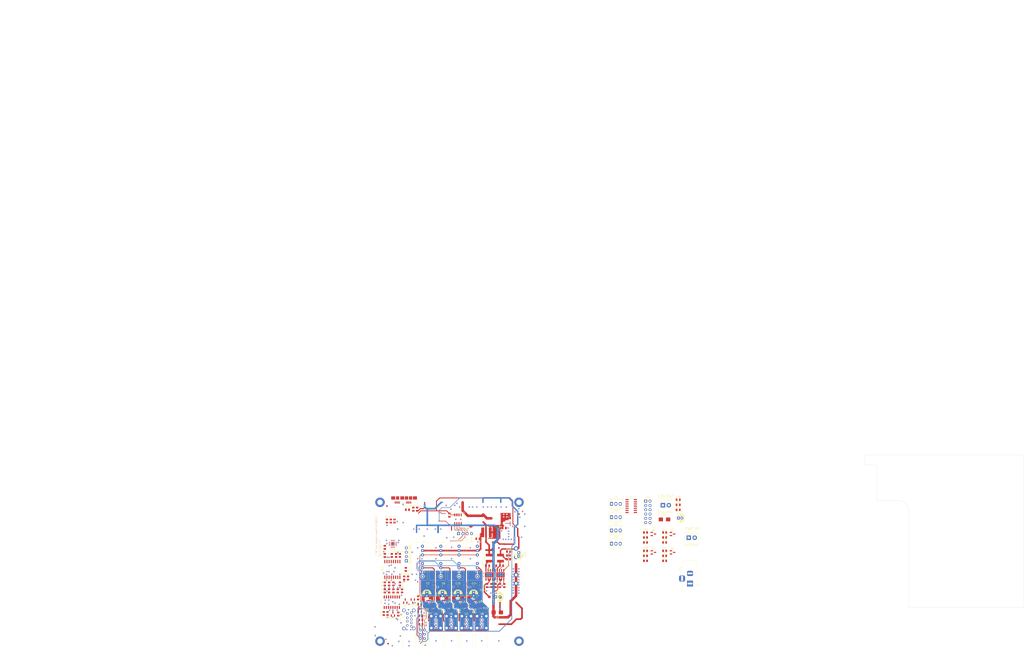
<source format=kicad_pcb>
(kicad_pcb (version 20240108) (generator "pcbnew") (generator_version "8.0")
  (layers (0 "F.Cu" signal) (31 "B.Cu" signal) (34 "B.Paste" user) (35 "F.Paste" user) (36 "B.SilkS" user "B.Silkscreen") (37 "F.SilkS" user "F.Silkscreen") (38 "B.Mask" user) (39 "F.Mask" user) (44 "Edge.Cuts" user))
  (net 0 "")
  (net 1 "/Indicator LEDs/SBC_ON")
  (net 2 "GND")
  (net 3 "/Isolated chargers/Isolated charger 1/VIN")
  (net 4 "Net-(U1-VOUT)")
  (net 5 "Net-(U4-VOUT)")
  (net 6 "Net-(J5-VBUS)")
  (net 7 "Net-(U6-VOUT)")
  (net 8 "Net-(J6-VBUS)")
  (net 9 "Net-(U8-VOUT)")
  (net 10 "Net-(J7-VBUS)")
  (net 11 "+12V")
  (net 12 "+3.3V")
  (net 13 "+5V")
  (net 14 "Net-(U14-BOOT)")
  (net 15 "Net-(U14-SW)")
  (net 16 "Net-(U13-BOOT)")
  (net 17 "Net-(U13-SW)")
  (net 18 "Net-(D1-RA)")
  (net 19 "Net-(D1-GK)")
  (net 20 "Net-(D1-YA)")
  (net 21 "Net-(D1-RK)")
  (net 22 "Net-(D1-GA)")
  (net 23 "Net-(D1-YK)")
  (net 24 "/Fan Controller/Fan PWM 1/FAN_VDD")
  (net 25 "/Fan Controller/Fan PWM 1/TACH_IN")
  (net 26 "/Fan Controller/Fan PWM 2/TACH_IN")
  (net 27 "/Fan Controller/Fan PWM 2/FAN_VDD")
  (net 28 "/Fan Controller/Fan PWM 3/FAN_VDD")
  (net 29 "Net-(J5-D-)")
  (net 30 "Net-(J5-D+)")
  (net 31 "Net-(J6-D-)")
  (net 32 "Net-(J6-D+)")
  (net 33 "Net-(J7-D-)")
  (net 34 "Net-(J7-D+)")
  (net 35 "/Fan Controller/Fan PWM 3/TACH_IN")
  (net 36 "/Fan Controller/Fan PWM 4/TACH_IN")
  (net 37 "/Fan Controller/Fan PWM 4/FAN_VDD")
  (net 38 "/GPIOs/GP3")
  (net 39 "/GPIOs/GP1")
  (net 40 "/GPIOs/GP0")
  (net 41 "/GPIOs/GP2")
  (net 42 "/GPIOs/GP5")
  (net 43 "Net-(Q1-G)")
  (net 44 "/GPIOs/GPIO7")
  (net 45 "Net-(Q2-G)")
  (net 46 "Net-(Q3-G)")
  (net 47 "Net-(Q4-G)")
  (net 48 "/Fan Controller/~{ALERT}")
  (net 49 "/Fan Controller/SCL")
  (net 50 "/Fan Controller/SDA")
  (net 51 "Net-(R4-Pad1)")
  (net 52 "Net-(U3-ILIM)")
  (net 53 "Net-(R7-Pad1)")
  (net 54 "Net-(U5-ILIM)")
  (net 55 "Net-(R10-Pad1)")
  (net 56 "Net-(U7-ILIM)")
  (net 57 "Net-(R13-Pad1)")
  (net 58 "Net-(U9-ILIM)")
  (net 59 "/GPIOs/GPIO6")
  (net 60 "/Isolated chargers/Isolated charger 1/~{OVERCURRENT}")
  (net 61 "Net-(U10-CLK)")
  (net 62 "Net-(U10-ADDR_SEL)")
  (net 63 "/GPIOs/GP4")
  (net 64 "Net-(Q6-G)")
  (net 65 "Net-(U13-RT{slash}SYNC)")
  (net 66 "/Power supply/FB3V3")
  (net 69 "Net-(U3-~{FLAG})")
  (net 70 "Net-(U5-~{FLAG})")
  (net 71 "Net-(U7-~{FLAG})")
  (net 72 "Net-(U9-~{FLAG})")
  (net 79 "Net-(Q7-G)")
  (net 81 "Net-(J8-VBUS)")
  (net 82 "/USB Passthrough/D+")
  (net 83 "/USB Passthrough/SSTX-")
  (net 85 "/USB Passthrough/SSRX-")
  (net 86 "/USB Passthrough/SSTX+")
  (net 87 "/USB Passthrough/D-")
  (net 88 "/USB Passthrough/SSRX+")
  (net 89 "Net-(J8-D-)")
  (net 90 "Net-(J8-D+)")
  (net 91 "Net-(Q8-G)")
  (net 92 "/Fan Controller/Fan PWM 2/PWM")
  (net 93 "Net-(R31-Pad1)")
  (net 94 "/Fan Controller/Fan PWM 3/PWM")
  (net 95 "Net-(R34-Pad1)")
  (net 96 "Net-(Q5-G)")
  (net 97 "Net-(U14-RT{slash}SYNC)")
  (net 98 "/Isolated chargers/Isolated charger 1/GND-CHG")
  (net 99 "/Isolated chargers/Isolated charger 4/GND-CHG")
  (net 100 "/Isolated chargers/Isolated charger 2/GND-CHG")
  (net 101 "/Isolated chargers/Isolated charger 3/GND-CHG")
  (net 102 "/Power supply/FB6V")
  (net 103 "/Fan Controller/Fan PWM 1/PWM")
  (net 104 "Net-(R49-Pad1)")
  (net 105 "/Fan Controller/Fan PWM 4/PWM")
  (net 106 "Net-(R52-Pad1)")
  (net 110 "Net-(J15-Pin_1)")
  (footprint "Package_SO:TSOP-6_1.65x3.05mm_P0.95mm" (layer "F.Cu") (at 83.185 148.9075 180)
    (property "Reference" "U7")
    (property "Value" "NCP380")
  )
  (footprint "Resistor_SMD:R_0805_2012Metric" (layer "F.Cu") (at 88.5825 149.5425)
    (property "Reference" "R14")
    (property "Value" "36kΩ")
  )
  (footprint "Resistor_SMD:R_0805_2012Metric" (layer "F.Cu") (at 57.4675 148.2725)
    (property "Reference" "R35")
    (property "Value" "10Ω ")
  )
  (footprint "Resistor_SMD:R_0805_2012Metric" (layer "F.Cu") (at 36.83 140.335 90)
    (property "Reference" "R13")
    (property "Value" "4.7kΩ")
  )
  (footprint "Resistor_SMD:R_0805_2012Metric" (layer "F.Cu") (at 109.855 119.38 180)
    (property "Reference" "R46")
    (property "Value" "13.7kΩ")
  )
  (footprint "Resistor_SMD:R_0805_2012Metric" (layer "F.Cu") (at 96.2025 152.0825 180)
    (property "Reference" "R15")
    (property "Value" "100Ω")
  )
  (footprint "Resistor_SMD:R_0805_2012Metric" (layer "F.Cu") (at 36.83 136.2075 -90)
    (property "Reference" "R25")
    (property "Value" "100kΩ")
  )
  (footprint "Capacitor_SMD:C_0805_2012Metric" (layer "F.Cu") (at 92.71 138.1125 180)
    (property "Reference" "C15")
    (property "Value" "1μF")
  )
  (footprint "Capacitor_THT:CP_Radial_D5.0mm_P2.00mm" (layer "F.Cu") (at 80.01 143.1925 90)
    (property "Reference" "C13")
    (property "Value" "100μF")
  )
  (footprint "Resistor_SMD:R_0805_2012Metric" (layer "F.Cu") (at 50.4825 132.715 -90)
    (property "Reference" "R27")
    (property "Value" "100kΩ")
  )
  (footprint "Package_SO:TSOP-6_1.65x3.05mm_P0.95mm" (layer "F.Cu") (at 92.3925 148.9075 180)
    (property "Reference" "U9")
    (property "Value" "NCP380")
  )
  (footprint "Capacitor_SMD:C_0805_2012Metric" (layer "F.Cu") (at 73.9775 152.0825)
    (property "Reference" "C8")
    (property "Value" "1μF")
  )
  (footprint "Capacitor_SMD:C_0805_2012Metric" (layer "F.Cu") (at 83.185 152.0825)
    (property "Reference" "C12")
    (property "Value" "1μF")
  )
  (footprint "Resistor_SMD:R_0805_2012Metric" (layer "F.Cu") (at 201.97 122.555)
    (property "Reference" "R34")
    (property "Value" "10Ω")
  )
  (footprint "conn:PinHeader_1x04_P2.54mm_Vertical" (layer "F.Cu") (at 49.53 122.545 180)
    (property "Reference" "J1" (hide yes))
    (property "Value" "Header_01x04")
  )
  (footprint "Capacitor_SMD:C_0805_2012Metric" (layer "F.Cu") (at 209.94 92.505)
    (property "Reference" "C33")
    (property "Value" "100nF")
  )
  (footprint "Package_TO_SOT_SMD:SOT-23" (layer "F.Cu") (at 206.62 117.58)
    (property "Reference" "Q3")
    (property "Value" "IRML6401")
  )
  (footprint "Capacitor_SMD:C_0805_2012Metric" (layer "F.Cu") (at 55.88 92.075 90)
    (property "Reference" "C21")
    (property "Value" "10μF")
  )
  (footprint "Resistor_SMD:R_0805_2012Metric" (layer "F.Cu") (at 190.67 119.605)
    (property "Reference" "R30")
    (property "Value" "4.7kΩ")
  )
  (footprint "Capacitor_SMD:C_0805_2012Metric" (layer "F.Cu") (at 65.0875 138.1125 180)
    (property "Reference" "C3")
    (property "Value" "1μF")
  )
  (footprint "ics:VRBxxxx-6WR3" (layer "F.Cu") (at 69.85 122.8725 -90)
    (property "Reference" "U4")
    (property "Value" "VRB1205S-6WR3")
  )
  (footprint "Resistor_SMD:R_0805_2012Metric" (layer "F.Cu") (at 36.195 153.67 -90)
    (property "Reference" "R18")
    (property "Value" "4.7kΩ")
  )
  (footprint "Resistor_SMD:R_0805_2012Metric" (layer "F.Cu") (at 107.315 137.16 90)
    (property "Reference" "R42")
    (property "Value" "47kΩ")
  )
  (footprint "Diode_SMD:D_SMB" (layer "F.Cu") (at 201.885 98.115)
    (property "Reference" "D3")
    (property "Value" "Zener 15V")
  )
  (footprint "Resistor_SMD:R_0805_2012Metric" (layer "F.Cu") (at 77.7875 152.0825)
    (property "Reference" "R9")
    (property "Value" "100Ω")
  )
  (footprint "Capacitor_THT:CP_Radial_D5.0mm_P2.00mm" (layer "F.Cu") (at 70.8025 143.1925 90)
    (property "Reference" "C9")
    (property "Value" "100μF")
  )
  (footprint "Capacitor_SMD:C_0805_2012Metric" (layer "F.Cu") (at 209.94 86.485)
    (property "Reference" "C28")
    (property "Value" "1μF")
  )
  (footprint "Resistor_SMD:R_0805_2012Metric" (layer "F.Cu") (at 201.97 116.655)
    (property "Reference" "R32")
    (property "Value" "10kΩ")
  )
  (footprint "conn:TerminalBlock_4Ucon_1x02_P3.50mm_Vertical" (layer "F.Cu") (at 216.21 108.9025)
    (property "Reference" "J15" (hide yes))
    (property "Value" "ScrewTerminal_02")
  )
  (footprint "Resistor_SMD:R_0805_2012Metric" (layer "F.Cu") (at 201.97 105.805)
    (property "Reference" "R47")
    (property "Value" "10kΩ")
  )
  (footprint "Resistor_SMD:R_0805_2012Metric" (layer "F.Cu") (at 39.37 140.335 90)
    (property "Reference" "R10")
    (property "Value" "4.7kΩ")
  )
  (footprint "Resistor_SMD:R_0805_2012Metric" (layer "F.Cu") (at 70.1675 149.5425)
    (property "Reference" "R8")
    (property "Value" "36kΩ")
  )
  (footprint "Diode_SMD:D_SMB" (layer "F.Cu") (at 103.1875 153.035 180)
    (property "Reference" "D2")
    (property "Value" "S2A")
  )
  (footprint "Resistor_SMD:R_0805_2012Metric" (layer "F.Cu") (at 201.97 108.755)
    (property "Reference" "R48")
    (property "Value" "4.7kΩ")
  )
  (footprint "Capacitor_SMD:C_0805_2012Metric" (layer "F.Cu") (at 65.0875 135.89 180)
    (property "Reference" "C2")
    (property "Value" "10μF")
  )
  (footprint "Package_SO:SOIC-16W_7.5x10.3mm_P1.27mm" (layer "F.Cu") (at 41.275 127.635 90)
    (property "Reference" "U12")
    (property "Value" "TCA9534")
  )
  (footprint "Resistor_SMD:R_0805_2012Metric" (layer "F.Cu") (at 38.1 99.06 90)
    (property "Reference" "R1")
    (property "Value" "10kΩ")
  )
  (footprint "ics:Texas_R-PDSO-G8_EP2.95x4.9mm_Mask2.4x3.1mm_ThermalVias" (layer "F.Cu") (at 105.0925 130.81 90)
    (property "Reference" "U14")
    (property "Value" "LMR38020")
  )
  (footprint "Resistor_SMD:R_0805_2012Metric" (layer "F.Cu") (at 49.2125 127.635 -90)
    (property "Reference" "R17")
    (property "Value" "10kΩ")
  )
  (footprint "Resistor_SMD:R_0805_2012Metric" (layer "F.Cu") (at 201.97 119.605)
    (property "Reference" "R33")
    (property "Value" "4.7kΩ")
  )
  (footprint "Connector_Molex:Molex_KK-254_AE-6410-03A_1x03_P2.54mm_Vertical" (layer "F.Cu") (at 170.64 112.475)
    (property "Reference" "J12")
    (property "Value" "Molex 22-23-2031")
  )
  (footprint "Package_SO:SO-8_3.9x4.9mm_P1.27mm" (layer "F.Cu") (at 80 98 90)
    (property "Reference" "U15")
    (property "Value" "TMP1075D")
  )
  (footprint "Resistor_SMD:R_0805_2012Metric" (layer "F.Cu") (at 46.99 140.335 -90)
    (property "Reference" "R20")
    (property "Value" "10kΩ")
  )
  (footprint "Capacitor_SMD:C_0805_2012Metric" (layer "F.Cu") (at 53.6575 92.075 90)
    (property "Reference" "C34")
    (property "Value" "100nF")
  )
  (footprint "Capacitor_SMD:C_0805_2012Metric" (layer "F.Cu") (at 92.3925 152.0825)
    (property "Reference" "C16")
    (property "Value" "1μF")
  )
  (footprint "Connector_Molex:Molex_KK-254_AE-6410-03A_1x03_P2.54mm_Vertical" (layer "F.Cu") (at 170.64 104.625)
    (property "Reference" "J11")
    (property "Value" "Molex 22-23-2031")
  )
  (footprint "Capacitor_THT:CP_Radial_D5.0mm_P2.00mm" (layer "F.Cu") (at 210.079775 97.285)
    (property "Reference" "C29")
    (property "Value" "100μF")
  )
  (footprint "Capacitor_SMD:C_0805_2012Metric" (layer "F.Cu") (at 83.5025 138.1125 180)
    (property "Reference" "C11")
    (property "Value" "1μF")
  )
  (footprint "Capacitor_SMD:C_0805_2012Metric" (layer "F.Cu") (at 74.295 138.1125 180)
    (property "Reference" "C7")
    (property "Value" "1μF")
  )
  (footprint "Resistor_SMD:R_0805_2012Metric" (layer "F.Cu") (at 86.995 152.0825)
    (property "Reference" "R12")
    (property "Value" "100Ω")
  )
  (footprint "Capacitor_SMD:C_0805_2012Metric" (layer "F.Cu") (at 64.77 152.0825)
    (property "Reference" "C4")
    (property "Value" "1μF")
  )
  (footprint "conn:USB_A_Amphenol_GSB19111KEU" (layer "F.Cu") (at 85 161.51 90)
    (property "Reference" "J7")
    (property "Value" "USB_A")
  )
  (footprint "Capacitor_THT:CP_Radial_D5.0mm_P2.00mm" (layer "F.Cu") (at 61.595 143.1925 90)
    (property "Reference" "C5")
    (property "Value" "100μF")
  )
  (footprint "MountingHole:MountingHole_3.2mm_M3_DIN965_Pad" (layer "F.Cu") (at 34 88)
    (property "Reference" "H2" (hide yes))
    (property "Value" "MountingHole_Pad")
  )
  (footprint "Resistor_SMD:R_0805_2012Metric" (layer "F.Cu") (at 41.91 140.335 90)
    (property "Reference" "R7")
    (property "Value" "4.7kΩ")
  )
  (footprint "Resistor_SMD:R_0805_2012Metric" (layer "F.Cu") (at 60.96 149.5425)
    (property "Reference" "R5")
    (property "Value" "36kΩ")
  )
  (footprint "conn:USB3_A_Amphenol_GSB3116344KHHR" (layer "F.Cu") (at 51 157.175 90)
    (property "Reference" "J4")
    (property "Value" "USB3_A")
  )
  (footprint "Inductor_SMD:L_Taiyo-Yuden_NR-50xx" (layer "F.Cu") (at 105.0925 120.9675 90)
    (property "Reference" "L3")
    (property "Value" "6.8μH")
  )
  (footprint "Package_TO_SOT_SMD:SOT-23" (layer "F.Cu") (at 195.32 106.73)
    (property "Reference" "Q8")
    (property "Value" "IRML6401")
  )
  (footprint "Resistor_SMD:R_0805_2012Metric" (layer "F.Cu") (at 43.4975 119.38 -90)
    (property "Reference" "R21")
    (property "Value" "15kΩ")
  )
  (footprint "Resistor_SMD:R_0805_2012Metric" (layer "F.Cu") (at 42.545 99.06 90)
    (property "Reference" "R3")
    (property "Value" "10kΩ")
  )
  (footprint "Fiducial:Fiducial_1mm_Mask2mm" (layer "F.Cu") (at 38.1 90.17)
    (property "Reference" "FID2" (hide yes))
    (property "Value" "Fiducial")
  )
  (footprint "Capacitor_SMD:C_0805_2012Metric" (layer "F.Cu") (at 209.94 89.495)
    (property "Reference" "C31")
    (property "Value" "1μF")
  )
  (footprint "Capacitor_THT:CP_Radial_D5.0mm_P2.00mm" (layer "F.Cu") (at 89.2175 143.1925 90)
    (property "Reference" "C17")
    (property "Value" "100μF")
  )
  (footprint "Capacitor_SMD:C_0805_2012Metric" (layer "F.Cu") (at 36.83 114.6175 -90)
    (property "Reference" "C20")
    (property "Value" "1μF")
  )
  (footprint "Connector_Molex:Molex_KK-254_AE-6410-03A_1x03_P2.54mm_Vertical" (layer "F.Cu") (at 170.64 88.925)
    (property "Reference" "J9")
    (property "Value" "Molex 22-23-2031")
  )
  (footprint "Connector_USB:USB3_Micro-B_Connfly_DS1104-01" (layer "F.Cu") (at 48.2 86.645 180)
    (property "Reference" "J3")
    (property "Value" "USB3_B_Micro")
  )
  (footprint "ics:VRBxxxx-6WR3" (layer "F.Cu") (at 80.645 122.8725 -90)
    (property "Reference" "U6")
    (property "Value" "VRB1205S-6WR3")
  )
  (footprint "Package_TO_SOT_SMD:SOT-23" (layer "F.Cu") (at 206.62 106.73)
    (property "Reference" "Q7")
    (property "Value" "IRML6401")
  )
  (footprint "Resistor_SMD:R_0805_2012Metric" (layer "F.Cu") (at 109.855 117.1575 180)
    (property "Reference" "R45")
    (property "Value" "31.6kΩ")
  )
  (footprint "conn:USB_A_Amphenol_GSB19111KEU" (layer "F.Cu") (at 76 161.51 90)
    (property "Reference" "J6")
    (property "Value" "USB_A")
  )
  (footprint "Capacitor_THT:CP_Radial_D5.0mm_P2.00mm" (layer "F.Cu") (at 115.8875 117.7925 -90)
    (property "Reference" "C30")
    (property "Value" "100μF")
  )
  (footprint "Package_TO_SOT_SMD:SOT-23" (layer "F.Cu") (at 41.5925 153.9875 90)
    (property "Reference" "Q1")
    (property "Value" "BSS138")
  )
  (footprint "MountingHole:MountingHole_3.2mm_M3_DIN965_Pad" (layer "F.Cu") (at 116 88)
    (property "Reference" "H1" (hide yes))
    (property "Value" "MountingHole_Pad")
  )
  (footprint "Resistor_SMD:R_0805_2012Metric" (layer "F.Cu") (at 68.58 152.0825)
    (property "Reference" "R6")
    (property "Value" "100Ω")
  )
  (footprint "Capacitor_SMD:C_0805_2012Metric" (layer "F.Cu") (at 107.315 103.1875)
    (property "Reference" "C18")
    (property "Value" "10μF")
  )
  (footprint "Package_TO_SOT_SMD:SOT-23" (layer "F.Cu") (at 48.895 146.3675 90)
    (property "Reference" "Q6")
    (property "Value" "BSS138")
  )
  (footprint "Capacitor_THT:CP_Radial_D6.3mm_P2.50mm" (layer "F.Cu") (at 102.235 143.8275)
    (property "Reference" "C23")
    (property "Value" "220μF")
  )
  (footprint "Connector_Molex:Molex_KK-254_AE-6410-03A_1x03_P2.54mm_Vertical" (layer "F.Cu") (at 170.64 96.775)
    (property "Reference" "J10")
    (property "Value" "Molex 22-23-2031")
  )
  (footprint "Resistor_SMD:R_0805_2012Metric" (layer "F.Cu") (at 190.67 122.555)
    (property "Reference" "R31")
    (property "Value" "10Ω")
  )
  (footprint "Package_TO_SOT_SMD:SOT-23" (layer "F.Cu") (at 57.4675 151.765 90)
    (property "Reference" "Q4")
    (property "Value" "BSS138")
  )
  (footprint "Resistor_SMD:R_0805_2012Metric" (layer "F.Cu") (at 190.67 116.655)
    (property "Reference" "R29")
    (property "Value" "10kΩ")
  )
  (footprint "Inductor_SMD:L_Sunlord_SWPA6045S" (layer "F.Cu") (at 96.8375 105.7275 180)
    (property "Reference" "L1")
    (property "Value" "22μH")
  )
  (footprint "Resistor_SMD:R_0805_2012Metric" (layer "F.Cu") (at 101.64 125.4125 180)
    (property "Reference" "R43")
    (property "Value" "100kΩ")
  )
  (footprint "Resistor_SMD:R_0805_2012Metric" (layer "F.Cu") (at 40.9575 119.38 -90)
    (property "Reference" "R22")
    (property "Value" "33kΩ")
  )
  (footprint "Resistor_SMD:R_0805_2012Metric" (layer "F.Cu") (at 190.67 105.805)
    (property "Reference" "R50")
    (property "Value" "10kΩ")
  )
  (footprint "Capacitor_SMD:C_0805_2012Metric" (layer "F.Cu") (at 91.7575 109.5375 180)
    (property "Reference" "C19")
    (property "Value" "10μF")
  )
  (footprint "Capacitor_SMD:C_0805_2012Metric" (layer "F.Cu") (at 50.165 92.3925)
    (property "Reference" "C1")
    (property "Value" "1μF")
  )
  (footprint "Capacitor_SMD:C_0805_2012Metric" (layer "F.Cu") (at 74.295 135.89 180)
    (property "Reference" "C6")
    (property "Value" "10μF")
  )
  (footprint "Capacitor_SMD:C_0805_2012Metric" (layer "F.Cu") (at 36.83 119.38 90)
    (property "Reference" "C22")
    (property "Value" "1μF")
  )
  (footprint "Resistor_SMD:R_0805_2012Metric" (layer "F.Cu") (at 99.695 137.16 90)
    (property "Reference" "R41")
    (property "Value" "47kΩ")
  )
  (footprint "Package_SO:TSOP-6_1.65x3.05mm_P0.95mm" (layer "F.Cu") (at 73.9775 148.9075 180)
    (property "Reference" "U5")
    (property "Value" "NCP380")
  )
  (footprint "Resistor_SMD:R_0805_2012Metric" (layer "F.Cu") (at 201.97 111.705)
    (property "Reference" "R49")
    (property "Value" "10Ω")
  )
  (footprint "ics:Texas_R-PDSO-G8_EP2.95x4.9mm_Mask2.4x3.1mm_ThermalVias" (layer "F.Cu") (at 98.425 130.81 90)
    (property "Reference" "U13")
    (property "Value" "LMR38020")
  )
  (footprint "Capacitor_SMD:C_0805_2012Metric" (layer "F.Cu") (at 92.71 135.89 180)
    (property "Reference" "C14")
    (property "Value" "10μF")
  )
  (footprint "conn:Fuseholder_FS002" (layer "F.Cu") (at 114.3 135.89 90)
    (property "Reference" "F1")
    (property "Value" "Fuse")
  )
  (footprint "Resistor_SMD:R_0805_2012Metric" (layer "F.Cu") (at 58.1025 160.02)
    (property "Reference" "R38")
    (property "Value" "1.8kΩ")
  )
  (footprint "Resistor_SMD:R_0805_2012Metric" (layer "F.Cu") (at 38.4175 153.67 -90)
    (property "Reference" "R19")
    (property "Value" "10Ω ")
  )
  (footprint "Capacitor_SMD:C_0805_2012Metric" (layer "F.Cu") (at 74.93 95.5675 -90)
    (property "Reference" "C35")
    (property "Value" "100nF")
  )
  (footprint "ics:VRBxxxx-6WR3" (layer "F.Cu") (at 91.44 122.8725 -90)
    (property "Reference" "U8")
    (property "Value" "VRB1205S-6WR3")
  )
  (footprint "Package_TO_SOT_SMD:SOT-23" (layer "F.Cu") (at 195.32 117.58)
    (property "Reference" "Q2")
    (property "Value" "IRML6401")
  )
  (footprint "Package_SO:SOP-16_4.4x10.4mm_P1.27mm" (layer "F.Cu") (at 40.9575 147.0025 -90)
    (property "Reference" "U2")
    (property "Value" "LTV-247")
  )
  (footprint "Package_TO_SOT_SMD:SOT-23" (layer "F.Cu") (at 53.34 146.3825 -90)
    (property "Reference" "Q5")
    (property "Value" "BSS138")
  )
  (footprint "Capacitor_SMD:C_0805_2012Metric" (layer "F.Cu") (at 109.855 121.6025)
    (property "Reference" "C32")
    (property "Value" "1μF")
  )
  (footprint "ics:VRBxxxx-6WR3" (layer "F.Cu") (at 59.055 122.8725 -90)
    (property "Reference" "U1")
    (property "Value" "VRB1205S-6WR3")
  )
  (footprint "Package_SO:TSOP-6_1.65x3.05mm_P0.95mm" (layer "F.Cu") (at 64.77 148.9075 180)
    (property "Reference" "U3")
    (property "Value" "NCP380")
  )
  (footprint "Resistor_SMD:R_0805_2012Metric" (layer "F.Cu") (at 45.72 119.38 90)
    (property "Reference" "R16")
    (property "Value" "10kΩ")
  )
  (footprint "extra:OSTSLT3E34X-3F3C" (layer "F.Cu") (at 59 168.5 90)
    (property "Reference" "D1")
    (property "Value" "OSTSLT3E34X-3F3C")
  )
  (footprint "Resistor_SMD:R_0805_2012Metric" (layer "F.Cu") (at 39.37 136.2075 -90)
    (property "Reference" "R23")
    (property "Value" "100kΩ")
  )
  (footprint "Capacitor_SMD:C_0805_2012Metric" (layer "F.Cu") (at 97.155 137.16 -90)
    (property "Reference" "C25")
    (property "Value" "100nF")
  )
  (footprint "conn:USB_A_Amphenol_GSB19111KEU" (layer "F.Cu") (at 94 161.51 90)
    (property "Reference" "J8")
    (property "Value" "USB_A")
  )
  (footprint "Resistor_SMD:R_0805_2012Metric" (layer "F.Cu") (at 102.235 137.16 90)
    (property "Reference" "R44")
    (property "Value" "20kΩ")
  )
  (footprint "Resistor_SMD:R_0805_2012Metric" (layer "F.Cu") (at 48.26 132.715 -90)
    (property "Reference" "R28")
    (property "Value" "100kΩ")
  )
  (footprint "Resistor_SMD:R_0805_2012Metric" (layer "F.Cu") (at 45.72 136.2075 -90)
    (property "Reference" "R26")
    (property "Value" "100kΩ")
  )
  (footprint "Resistor_SMD:R_0805_2012Metric" (layer "F.Cu") (at 44.7675 153.9875 -90)
    (property "Reference" "R37")
    (property "Value" "10Ω ")
  )
  (footprint "Resistor_SMD:R_0805_2012Metric" (layer "F.Cu") (at 58.1025 157.48)
    (property "Reference" "R39")
    (property "Value" "1.8kΩ")
  )
  (footprint "conn:TerminalBlock_4Ucon_1x02_P3.50mm_Vertical" (layer "F.Cu") (at 200.94 89.705)
    (property "Reference" "J16" (hide yes))
    (property "Value" "ScrewTerminal_02")
  )
  (footprint "Resistor_SMD:R_0805_2012Metric" (layer "F.Cu") (at 40.3225 99.06 90)
    (property "Reference" "R2")
    (property "Value" "10kΩ")
  )
  (footprint "Connector_BarrelJack:BarrelJack_Horizontal" (layer "F.Cu") (at 216.9575 136 -90)
    (property "Reference" "J14")
    (property "Value" "Barrel Jack")
  )
  (footprint "MountingHole:MountingHole_3.2mm_M3_DIN965_Pad" (layer "F.Cu") (at 34 170)
    (property "Reference" "H4" (hide yes))
    (property "Value" "MountingHole_Pad")
  )
  (footprint "Resistor_SMD:R_0805_2012Metric" (layer "F.Cu") (at 44.45 140.335 90)
    (property "Reference" "R4")
    (property "Value" "4.7kΩ")
  )
  (footprint "MountingHole:MountingHole_3.2mm_M3_DIN965_Pad" (layer "F.Cu") (at 116 170)
    (property "Reference" "H3" (hide yes))
    (property "Value" "MountingHole_Pad")
  )
  (footprint "Inductor_SMD:L_Taiyo-Yuden_NR-50xx" (layer "F.Cu") (at 98.425 120.9675 90)
    (property "Reference" "L2")
    (property "Value" "6.8μH")
  )
  (footprint "conn:PinHeader_1x04_P2.54mm_Vertical" (layer "F.Cu") (at 80.3275 106.5 90)
    (property "Reference" "J2" (hide yes))
    (property "Value" "Header_01x04")
  )
  (footprint "conn:USB_A_Amphenol_GSB19111KEU" (layer "F.Cu") (at 67 161.51 90)
    (property "Reference" "J5")
    (property "Value" "USB_A")
  )
  (footprint "Resistor_SMD:R_0805_2012Metric" (layer "F.Cu") (at 56.515 144.4625 -90)
    (property "Reference" "R36")
    (property "Value" "10Ω ")
  )
  (footprint "Capacitor_SMD:C_0805_2012Metric" (layer "F.Cu") (at 97.4725 125.4125 180)
    (property "Reference" "C26")
    (property "Value" "100nF")
  )
  (footprint "Package_DFN_QFN:QFN-16-1EP_4x4mm_P0.65mm_EP2.1x2.1mm" (layer "F.Cu") (at 41.55 112.525)
    (property "Reference" "U10")
    (property "Value" "EMC2305")
  )
  (footprint "Connector_PinHeader_2.54mm:PinHeader_2x06_P2.54mm_Vertical" (layer "F.Cu") (at 190.79 87.305)
    (property "Reference" "J13")
    (property "Value" "Header_02x06")
  )
  (footprint "Resistor_SMD:R_0805_2012Metric" (layer "F.Cu") (at 41.91 136.2075 -90)
    (property "Reference" "R24")
    (property "Value" "100kΩ")
  )
  (footprint "Capacitor_SMD:C_0805_2012Metric" (layer "F.Cu") (at 105.7275 125.4125 180)
    (property "Reference" "C27")
    (property "Value" "100nF")
  )
  (footprint "Resistor_SMD:R_0805_2012Metric" (layer "F.Cu") (at 58.1025 154.94)
    (property "Reference" "R40")
    (property "Value" "1.8kΩ")
  )
  (footprint "Package_SO:SO-14_3.9x8.65mm_P1.27mm" (layer "F.Cu") (at 182.24 90.24)
    (property "Reference" "U11")
    (property "Value" "4069")
  )
  (footprint "Capacitor_SMD:C_0805_2012Metric" (layer "F.Cu") (at 83.5025 135.89 180)
    (property "Reference" "C10")
    (property "Value" "10μF")
  )
  (footprint "Fiducial:Fiducial_1mm_Mask2mm" (layer "F.Cu") (at 104.14 114.935)
    (property "Reference" "FID1" (hide yes))
    (property "Value" "Fiducial")
  )
  (footprint "Resistor_SMD:R_0805_2012Metric" (layer "F.Cu") (at 79.415 149.5425)
    (property "Reference" "R11")
    (property "Value" "36kΩ")
  )
  (footprint "Resistor_SMD:R_0805_2012Metric" (layer "F.Cu") (at 190.67 111.705)
    (property "Reference" "R52")
    (property "Value" "10Ω")
  )
  (footprint "Capacitor_SMD:C_0805_2012Metric" (layer "F.Cu") (at 104.775 137.16 -90)
    (property "Reference" "C24")
    (property "Value" "100nF")
  )
  (footprint "Resistor_SMD:R_0805_2012Metric" (layer "F.Cu") (at 190.67 108.755)
    (property "Reference" "R51")
    (property "Value" "4.7kΩ")
  )
  (footprint "Fiducial:Fiducial_1mm_Mask2mm" (layer "F.Cu") (at 38.735 171.45)
    (property "Reference" "FID3" (hide yes))
    (property "Value" "Fiducial")
  )
  (gr_line (start 346 93) (end 346 150) (stroke (width 0.1)) (layer "Edge.Cuts"))
  (gr_line (start 320 64.999999) (end 320 64.499999) (stroke (width 0.1)) (layer "Edge.Cuts"))
  (gr_arc (start 328 87) (mid 327.292893 86.707107) (end 327 86) (stroke (width 0.1)) (layer "Edge.Cuts"))
  (gr_arc (start 320.000001 61.000001) (mid 320.292894 60.292894) (end 321.000001 60.000001) (stroke (width 0.1)) (layer "Edge.Cuts"))
  (gr_line (start 414 61) (end 414 150) (stroke (width 0.1)) (layer "Edge.Cuts"))
  (gr_line (start 414 150) (end 346 150) (stroke (width 0.1)) (layer "Edge.Cuts"))
  (gr_line (start 340 87) (end 328 87) (stroke (width 0.1)) (layer "Edge.Cuts"))
  (gr_arc (start 325.999999 66) (mid 326.707106 66.292893) (end 326.999999 67) (stroke (width 0.1)) (layer "Edge.Cuts"))
  (gr_arc (start 321 65.999999) (mid 320.292893 65.707106) (end 320 64.999999) (stroke (width 0.1)) (layer "Edge.Cuts"))
  (gr_line (start 320 64.5) (end 320 61) (stroke (width 0.1)) (layer "Edge.Cuts"))
  (gr_line (start 327 86) (end 326.999999 67) (stroke (width 0.1)) (layer "Edge.Cuts"))
  (gr_line (start 321.000001 60.000001) (end 413 60) (stroke (width 0.1)) (layer "Edge.Cuts"))
  (gr_line (start 325.999999 66) (end 321 65.999999) (stroke (width 0.1)) (layer "Edge.Cuts"))
  (gr_arc (start 340 87) (mid 344.242641 88.757359) (end 346 93) (stroke (width 0.1)) (layer "Edge.Cuts"))
  (gr_arc (start 413 60) (mid 413.707107 60.292893) (end 414 61) (stroke (width 0.1)) (layer "Edge.Cuts"))
  (gr_text "JLCJLCJLCJLC" (at 34.29 109.855 90) (layer "B.SilkS") (effects (font (size 1 1) (thickness 0.1)) (justify left bottom mirror)))
  (gr_text "FOSDEM Power board rev. B" (at 32.44 96.315 90) (layer "B.SilkS") (effects (font (size 1 1) (thickness 0.1)) (justify left bottom mirror)))
  (gr_text "FOSDEM Power board rev. B" (at 32.31 120.335 90) (layer "F.SilkS") (effects (font (size 1 1) (thickness 0.1)) (justify left bottom)))
  (segment (start 87.58 95.96) (end 85.8 95.96) (width 1.5) (layer "F.Cu") (net 0))
  (segment (start 94.295 95.96) (end 94.9325 95.3225) (width 1.5) (layer "F.Cu") (net 0))
  (segment (start 117.7925 150.6325) (end 117.7925 156.21) (width 1) (layer "F.Cu") (net 0))
  (segment (start 104.25 160) (end 111.4875 160) (width 1) (layer "F.Cu") (net 0))
  (segment (start 94.9325 95.3225) (end 94.7975 95.3225) (width 1.5) (layer "F.Cu") (net 0))
  (segment (start 117.7925 156.21) (end 116.995 157.0075) (width 1) (layer "F.Cu") (net 0))
  (segment (start 116.995 157.0075) (end 114.48 157.0075) (width 1) (layer "F.Cu") (net 0))
  (segment (start 97.0825 97.4725) (end 94.9325 95.3225) (width 1.5) (layer "F.Cu") (net 0))
  (segment (start 99.705 97.4725) (end 97.0825 97.4725) (width 1.5) (layer "F.Cu") (net 0))
  (segment (start 114.3 147.14) (end 117.7925 150.6325) (width 1) (layer "F.Cu") (net 0))
  (segment (start 82.75 92.91) (end 82.75 88.045) (width 1.5) (layer "F.Cu") (net 0))
  (segment (start 87.58 95.96) (end 94.295 95.96) (width 1.5) (layer "F.Cu") (net 0))
  (segment (start 85.8 95.96) (end 82.75 92.91) (width 1.5) (layer "F.Cu") (net 0))
  (segment (start 111.4875 160) (end 114.48 157.0075) (width 1) (layer "F.Cu") (net 0))
  (via (at 37.7825 133.985) (size 0.8) (drill 0.4) (layers "F.Cu" "B.Cu") (net 0))
  (via (at 50.8 151.4475) (size 0.8) (drill 0.4) (layers "F.Cu" "B.Cu") (net 1))
  (via (at 46.379939 154.319939) (size 0.8) (drill 0.4) (layers "F.Cu" "B.Cu") (net 1))
  (segment (start 104.775 146.685) (end 104.775 144.9875) (width 1) (layer "F.Cu") (net 2))
  (segment (start 104.775 151.765) (end 104.775 150.495) (width 1) (layer "F.Cu") (net 2))
  (segment (start 104.775 152.4725) (end 104.775 151.765) (width 1) (layer "F.Cu") (net 2))
  (segment (start 87.945 102.175) (end 87.325 102.175) (width 1.5) (layer "F.Cu") (net 2))
  (segment (start 104.775 149.225) (end 104.775 147.955) (width 1) (layer "F.Cu") (net 2))
  (segment (start 104.775 144.9875) (end 105.935 143.8275) (width 1) (layer "F.Cu") (net 2))
  (segment (start 104.775 150.495) (end 104.775 149.225) (width 1) (layer "F.Cu") (net 2))
  (segment (start 110.7675 119.727272) (end 110.7675 119.0625) (width 0.3) (layer "F.Cu") (net 2))
  (segment (start 105.3375 153.035) (end 104.775 152.4725) (width 1) (layer "F.Cu") (net 2))
  (segment (start 104.775 147.955) (end 104.775 146.685) (width 1) (layer "F.Cu") (net 2))
  (via (at 52.07 163.195) (size 0.8) (drill 0.4) (layers "F.Cu" "B.Cu") (net 2))
  (via (at 47.625 100.0125) (size 0.8) (drill 0.4) (layers "F.Cu" "B.Cu") (net 2))
  (via (at 95.25 129.8575) (size 0.8) (drill 0.4) (layers "F.Cu" "B.Cu") (net 2))
  (via (at 36.1 129.8575) (size 0.8) (drill 0.4) (layers "F.Cu" "B.Cu") (net 2))
  (via (at 75.8825 92.075) (size 0.8) (drill 0.4) (layers "F.Cu" "B.Cu") (net 2))
  (via (at 44.1325 99.3775) (size 0.8) (drill 0.4) (layers "F.Cu" "B.Cu") (net 2))
  (via (at 66.9925 121.285) (size 0.8) (drill 0.4) (layers "F.Cu" "B.Cu") (net 2))
  (via (at 87.3125 121.285) (size 0.8) (drill 0.4) (layers "F.Cu" "B.Cu") (net 2))
  (via (at 42.8625 126.6825) (size 0.8) (drill 0.4) (layers "F.Cu" "B.Cu") (net 2))
  (via (at 51.1175 170.18) (size 0.8) (drill 0.4) (layers "F.Cu" "B.Cu") (net 2))
  (via (at 60.0075 107.95) (size 0.8) (drill 0.4) (layers "F.Cu" "B.Cu") (net 2))
  (via (at 54.9275 133.985) (size 0.8) (drill 0.4) (layers "F.Cu" "B.Cu") (net 2))
  (via (at 88.5825 90.805) (size 0.8) (drill 0.4) (layers "F.Cu" "B.Cu") (net 2))
  (via (at 53.975 103.8225) (size 0.8) (drill 0.4) (layers "F.Cu" "B.Cu") (net 2))
  (via (at 112.7125 138.43) (size 0.8) (drill 0.4) (layers "F.Cu" "B.Cu") (net 2))
  (via (at 61.2775 159.0675) (size 0.8) (drill 0.4) (layers "F.Cu" "B.Cu") (net 2))
  (via (at 42.2275 113.03) (size 0.8) (drill 0.4) (layers "F.Cu" "B.Cu") (net 2))
  (via (at 76.2 169.8625) (size 0.8) (drill 0.4) (layers "F.Cu" "B.Cu") (net 2))
  (via (at 106.045 137.16) (size 0.8) (drill 0.4) (layers "F.Cu" "B.Cu") (net 2))
  (via (at 57.4675 170.18) (size 0.8) (drill 0.4) (layers "F.Cu" "B.Cu") (net 2))
  (via (at 60.6425 172.4025) (size 0.8) (drill 0.4) (layers "F.Cu" "B.Cu") (net 2))
  (via (at 51.1175 172.72) (size 0.8) (drill 0.4) (layers "F.Cu" "B.Cu") (net 2))
  (via (at 113.665 93.6625) (size 0.8) (drill 0.4) (layers "F.Cu" "B.Cu") (net 2))
  (via (at 112.7125 141.605) (size 0.8) (drill 0.4) (layers "F.Cu" "B.Cu") (net 2))
  (via (at 60.0075 153.3525) (size 0.8) (drill 0.4) (layers "F.Cu" "B.Cu") (net 2))
  (via (at 40.9575 113.03) (size 0.8) (drill 0.4) (layers "F.Cu" "B.Cu") (net 2))
  (via (at 98.425 138.1125) (size 0.8) (drill 0.4) (layers "F.Cu" "B.Cu") (net 2))
  (via (at 66.9925 114.935) (size 0.8) (drill 0.4) (layers "F.Cu" "B.Cu") (net 2))
  (via (at 115.8875 138.43) (size 0.8) (drill 0.4) (layers "F.Cu" "B.Cu") (net 2))
  (via (at 109.855 108.2675) (size 0.8) (drill 0.4) (layers "F.Cu" "B.Cu") (net 2))
  (via (at 78.105 89.8525) (size 0.8) (drill 0.4) (layers "F.Cu" "B.Cu") (net 2))
  (via (at 56.1975 114.935) (size 0.8) (drill 0.4) (layers "F.Cu" "B.Cu") (net 2))
  (via (at 78.74 98.1075) (size 0.8) (drill 0.4) (layers "F.Cu" "B.Cu") (net 2))
  (via (at 102.5525 90.805) (size 0.8) (drill 0.4) (layers "F.Cu" "B.Cu") (net 2))
  (via (at 115.8875 136.8425) (size 0.8) (drill 0.4) (layers "F.Cu" "B.Cu") (net 2))
  (via (at 104.775 146.685) (size 0.8) (drill 0.4) (layers "F.Cu" "B.Cu") (net 2))
  (via (at 46.35 159.15) (size 0.8) (drill 0.4) (layers "F.Cu" "B.Cu") (net 2))
  (via (at 45.085 170.18) (size 0.8) (drill 0.4) (layers "F.Cu" "B.Cu") (net 2))
  (via (at 91.1225 90.805) (size 0.8) (drill 0.4) (layers "F.Cu" "B.Cu") (net 2))
  (via (at 46.0375 167.005) (size 0.8) (drill 0.4) (layers "F.Cu" "B.Cu") (net 2))
  (via (at 112.7125 132.08) (size 0.8) (drill 0.4) (layers "F.Cu" "B.Cu") (net 2))
  (via (at 106.68 109.855) (size 0.8) (drill 0.4) (layers "F.Cu" "B.Cu") (net 2))
  (via (at 103.1875 134.9375) (size 0.8) (drill 0.4) (layers "F.Cu" "B.Cu") (net 2))
  (via (at 42.2275 128.905) (size 0.8) (drill 0.4) (layers "F.Cu" "B.Cu") (net 2))
  (via (at 109.855 109.855) (size 0.8) (drill 0.4) (layers "F.Cu" "B.Cu") (net 2))
  (via (at 117.475 108.585) (size 0.8) (drill 0.4) (layers "F.Cu" "B.Cu") (net 2))
  (via (at 115.8875 91.7575) (size 0.8) (drill 0.4) (layers "F.Cu" "B.Cu") (net 2))
  (via (at 39.0525 148.2725) (size 0.8) (drill 0.4) (layers "F.Cu" "B.Cu") (net 2))
  (via (at 109.855 105.0925) (size 0.8) (drill 0.4) (layers "F.Cu" "B.Cu") (net 2))
  (via (at 58.7375 121.285) (size 0.8) (drill 0.4) (layers "F.Cu" "B.Cu") (net 2))
  (via (at 55.5625 130.4925) (size 0.8) (drill 0.4) (layers "F.Cu" "B.Cu") (net 2))
  (via (at 112.7125 133.6675) (size 0.8) (drill 0.4) (layers "F.Cu" "B.Cu") (net 2))
  (via (at 31.115 166.6875) (size 0.8) (drill 0.4) (layers "F.Cu" "B.Cu") (net 2))
  (via (at 49.8475 163.195) (size 0.8) (drill 0.4) (layers "F.Cu" "B.Cu") (net 2))
  (via (at 56.1975 121.285) (size 0.8) (drill 0.4) (layers "F.Cu" "B.Cu") (net 2))
  (via (at 36.195 117.1575) (size 0.8) (drill 0.4) (layers "F.Cu" "B.Cu") (net 2))
  (via (at 118.11 93.345) (size 0.8) (drill 0.4) (layers "F.Cu" "B.Cu") (net 2))
  (via (at 112.7125 128.905) (size 0.8) (drill 0.4) (layers "F.Cu" "B.Cu") (net 2))
  (via (at 56.1975 134.9375) (size 0.8) (drill 0.4) (layers "F.Cu" "B.Cu") (net 2))
  (via (at 57.15 103.8225) (size 0.8) (drill 0.4) (layers "F.Cu" "B.Cu") (net 2))
  (via (at 115.8875 128.905) (size 0.8) (drill 0.4) (layers "F.Cu" "B.Cu") (net 2))
  (via (at 37.465 168.91) (size 0.8) (drill 0.4) (layers "F.Cu" "B.Cu") (net 2))
  (via (at 60.325 154.94) (size 0.8) (drill 0.4) (layers "F.Cu" "B.Cu") (net 2))
  (via (at 115.8875 132.08) (size 0.8) (drill 0.4) (layers "F.Cu" "B.Cu") (net 2))
  (via (at 112.7125 140.0175) (size 0.8) (drill 0.4) (layers "F.Cu" "B.Cu") (net 2))
  (via (at 73.3425 108.9025) (size 0.8) (drill 0.4) (layers "F.Cu" "B.Cu") (net 2))
  (via (at 115.8875 133.6675) (size 0.8) (drill 0.4) (layers "F.Cu" "B.Cu") (net 2))
  (via (at 66.675 103.8225) (size 0.8) (drill 0.4) (layers "F.Cu" "B.Cu") (net 2))
  (via (at 81.5975 98.1075) (size 0.8) (drill 0.4) (layers "F.Cu" "B.Cu") (net 2))
  (via (at 111.4425 109.855) (size 0.8) (drill 0.4) (layers "F.Cu" "B.Cu") (net 2))
  (via (at 45.72 130.4925) (size 0.8) (drill 0.4) (layers "F.Cu" "B.Cu") (net 2))
  (via (at 53.0225 130.4925) (size 0.8) (drill 0.4) (layers "F.Cu" "B.Cu") (net 2))
  (via (at 104.775 149.225) (size 0.8) (drill 0.4) (layers "F.Cu" "B.Cu") (net 2))
  (via (at 41.275 172.72) (size 0.8) (drill 0.4) (layers "F.Cu" "B.Cu") (net 2))
  (via (at 76.2 121.285) (size 0.8) (drill 0.4) (layers "F.Cu" "B.Cu") (net 2))
  (via (at 112.7125 136.8425) (size 0.8) (drill 0.4) (layers "F.Cu" "B.Cu") (net 2))
  (via (at 119.38 94.9325) (size 0.8) (drill 0.4) (layers "F.Cu" "B.Cu") (net 2))
  (via (at 54.61 154.94) (size 0.8) (drill 0.4) (layers "F.Cu" "B.Cu") (net 2))
  (via (at 69.85 103.8225) (size 0.8) (drill 0.4) (layers "F.Cu" "B.Cu") (net 2))
  (via (at 44.45 103.8225) (size 0.8) (drill 0.4) (layers "F.Cu" "B.Cu") (net 2))
  (via (at 94.9325 90.805) (size 0.8) (drill 0.4) (layers "F.Cu" "B.Cu") (net 2))
  (via (at 104.775 150.495) (size 0.8) (drill 0.4) (layers "F.Cu" "B.Cu") (net 2))
  (via (at 85.127044 169.883828) (size 0.8) (drill 0.4) (layers "F.Cu" "B.Cu") (net 2))
  (via (at 104.775 151.765) (size 0.8) (drill 0.4) (layers "F.Cu" "B.Cu") (net 2))
  (via (at 91.7575 111.4425) (size 0.8) (drill 0.4) (layers "F.Cu" "B.Cu") (net 2))
  (via (at 39.27 128.925423) (size 0.8) (drill 0.4) (layers "F.Cu" "B.Cu") (net 2))
  (via (at 112.7125 135.255) (size 0.8) (drill 0.4) (layers "F.Cu" "B.Cu") (net 2))
  (via (at 61.595 164.465) (size 0.8) (drill 0.4) (layers "F.Cu" "B.Cu") (net 2))
  (via (at 112.7125 127.3175) (size 0.8) (drill 0.4) (layers "F.Cu" "B.Cu") (net 2))
  (via (at 104.775 147.955) (size 0.8) (drill 0.4) (layers "F.Cu" "B.Cu") (net 2))
  (via (at 102.5525 141.605) (size 0.8) (drill 0.4) (layers "F.Cu" "B.Cu") (net 2))
  (via (at 61.2775 160.655) (size 0.8) (drill 0.4) (layers "F.Cu" "B.Cu") (net 2))
  (via (at 112.7125 130.4925) (size 0.8) (drill 0.4) (layers "F.Cu" "B.Cu") (net 2))
  (via (at 109.5375 103.1875) (size 0.8) (drill 0.4) (layers "F.Cu" "B.Cu") (net 2))
  (via (at 87.3125 114.935) (size 0.8) (drill 0.4) (layers "F.Cu" "B.Cu") (net 2))
  (via (at 93.98 169.8625) (size 0.8) (drill 0.4) (layers "F.Cu" "B.Cu") (net 2))
  (via (at 109.855 106.68) (size 0.8) (drill 0.4) (layers "F.Cu" "B.Cu") (net 2))
  (via (at 40.9575 130.4925) (size 0.8) (drill 0.4) (layers "F.Cu" "B.Cu") (net 2))
  (via (at 119.38 102.235) (size 0.8) (drill 0.4) (layers "F.Cu" "B.Cu") (net 2))
  (via (at 31.06 161.5525) (size 0.8) (drill 0.4) (layers "F.Cu" "B.Cu") (net 2))
  (via (at 47.625 89.2175) (size 0.8) (drill 0.4) (layers "F.Cu" "B.Cu") (net 2))
  (via (at 86.6775 90.805) (size 0.8) (drill 0.4) (layers "F.Cu" "B.Cu") (net 2))
  (via (at 66.9925 169.8625) (size 0.8) (drill 0.4) (layers "F.Cu" "B.Cu") (net 2))
  (via (at 96.8375 140.335) (size 0.8) (drill 0.4) (layers "F.Cu" "B.Cu") (net 2))
  (via (at 99.695 90.805) (size 0.8) (drill 0.4) (layers "F.Cu" "B.Cu") (net 2))
  (via (at 36.925 147.6375) (size 0.8) (drill 0.4) (layers "F.Cu" "B.Cu") (net 2))
  (via (at 116.5225 96.8375) (size 0.8) (drill 0.4) (layers "F.Cu" "B.Cu") (net 2))
  (via (at 39.6875 151.7325) (size 0.8) (drill 0.4) (layers "F.Cu" "B.Cu") (net 2))
  (via (at 95.25 131.7625) (size 0.8) (drill 0.4) (layers "F.Cu" "B.Cu") (net 2))
  (via (at 80.9625 90.805) (size 0.8) (drill 0.4) (layers "F.Cu" "B.Cu") (net 2))
  (via (at 85.725 103.505) (size 0.8) (drill 0.4) (layers "F.Cu" "B.Cu") (net 2))
  (via (at 115.8875 141.605) (size 0.8) (drill 0.4) (layers "F.Cu" "B.Cu") (net 2))
  (via (at 41.594875 151.7325) (size 0.8) (drill 0.4) (layers "F.Cu" "B.Cu") (net 2))
  (via (at 44.1325 151.765) (size 0.8) (drill 0.4) (layers "F.Cu" "B.Cu") (net 2))
  (via (at 61.9125 103.8225) (size 0.8) (drill 0.4) (layers "F.Cu" "B.Cu") (net 2))
  (via (at 77.47 108.585) (size 0.8) (drill 0.4) (layers "F.Cu" "B.Cu") (net 2))
  (via (at 79.375 88.5825) (size 0.8) (drill 0.4) (layers "F.Cu" "B.Cu") (net 2))
  (via (at 112.395 102.235) (size 0.8) (drill 0.4) (layers "F.Cu" "B.Cu") (net 2))
  (via (at 73.025 89.8525) (size 0.8) (drill 0.4) (layers "F.Cu" "B.Cu") (net 2))
  (via (at 97.4725 90.805) (size 0.8) (drill 0.4) (layers "F.Cu" "B.Cu") (net 2))
  (via (at 108.585 90.805) (size 0.8) (drill 0.4) (layers "F.Cu" "B.Cu") (net 2))
  (via (at 42.2275 112.0775) (size 0.8) (drill 0.4) (layers "F.Cu" "B.Cu") (net 2))
  (via (at 115.8875 127.3175) (size 0.8) (drill 0.4) (layers "F.Cu" "B.Cu") (net 2))
  (via (at 39.37 125.4125) (size 0.8) (drill 0.4) (layers "F.Cu" "B.Cu") (net 2))
  (via (at 104.14 169.8625) (size 0.8) (drill 0.4) (layers "F.Cu" "B.Cu") (net 2))
  (via (at 76.2 114.6175) (size 0.8) (drill 0.4) (layers "F.Cu" "B.Cu") (net 2))
  (via (at 115.8875 135.255) (size 0.8) (drill 0.4) (layers "F.Cu" "B.Cu") (net 2))
  (via (at 99.3775 141.605) (size 0.8) (drill 0.4) (layers "F.Cu" "B.Cu") (net 2))
  (via (at 41.58 155.79) (size 0.8) (drill 0.4) (layers "F.Cu" "B.Cu") (net 2))
  (via (at 108.2675 109.855) (size 0.8) (drill 0.4) (layers "F.Cu" "B.Cu") (net 2))
  (via (at 115.8875 140.0175) (size 0.8) (drill 0.4) (layers "F.Cu" "B.Cu") (net 2))
  (via (at 40.9575 112.0775) (size 0.8) (drill 0.4) (layers "F.Cu" "B.Cu") (net 2))
  (via (at 115.8875 130.4925) (size 0.8) (drill 0.4) (layers "F.Cu" "B.Cu") (net 2))
  (via (at 105.7275 104.775) (size 0.8) (drill 0.4) (layers "F.Cu" "B.Cu") (net 2))
  (via (at 105.41 90.805) (size 0.8) (drill 0.4) (layers "F.Cu" "B.Cu") (net 2))
  (segment (start 93.345 106.97) (end 94.5875 105.7275) (width 1) (layer "F.Cu") (net 3))
  (segment (start 92.3925 116.5225) (end 93.345 115.57) (width 1) (layer "F.Cu") (net 3))
  (segment (start 59.055 116.5225) (end 92.3925 116.5225) (width 1) (layer "F.Cu") (net 3))
  (segment (start 93.345 115.57) (end 93.345 106.97) (width 1) (layer "F.Cu") (net 3))
  (segment (start 65.0875 126.6825) (end 66.04 127.635) (width 0.6) (layer "F.Cu") (net 4))
  (segment (start 66.9925 148.2725) (end 66.9925 149.5425) (width 0.6) (layer "F.Cu") (net 4))
  (segment (start 65.93 147.43) (end 66.04 147.32) (width 0.6) (layer "F.Cu") (net 4))
  (segment (start 65.93 147.9575) (end 65.93 147.43) (width 0.6) (layer "F.Cu") (net 4))
  (segment (start 66.04 147.32) (end 66.9925 148.2725) (width 0.6) (layer "F.Cu") (net 4))
  (segment (start 59.055 126.6825) (end 65.0875 126.6825) (width 0.6) (layer "F.Cu") (net 4))
  (segment (start 66.04 127.635) (end 66.04 147.32) (width 0.6) (layer "F.Cu") (net 4))
  (segment (start 66.9925 149.5425) (end 66.6775 149.8575) (width 0.6) (layer "F.Cu") (net 4))
  (segment (start 66.6775 149.8575) (end 65.93 149.8575) (width 0.6) (layer "F.Cu") (net 4))
  (via (at 44.45 138.43) (size 0.8) (drill 0.4) (layers "F.Cu" "B.Cu") (net 4))
  (segment (start 57.15 129.54) (end 57.4675 129.2225) (width 0.3) (layer "B.Cu") (net 4))
  (segment (start 57.4675 129.2225) (end 57.4675 128.27) (width 0.3) (layer "B.Cu") (net 4))
  (segment (start 57.4675 128.27) (end 59.055 126.6825) (width 0.3) (layer "B.Cu") (net 4))
  (segment (start 75.245 127.315) (end 74.6125 126.6825) (width 0.6) (layer "F.Cu") (net 5))
  (segment (start 75.2475 135.89) (end 75.2475 147.32) (width 0.6) (layer "F.Cu") (net 5))
  (segment (start 76.2 149.5425) (end 75.885 149.8575) (width 0.6) (layer "F.Cu") (net 5))
  (segment (start 75.1375 147.9575) (end 75.1375 147.43) (width 0.6) (layer "F.Cu") (net 5))
  (segment (start 75.1375 147.43) (end 75.2475 147.32) (width 0.6) (layer "F.Cu") (net 5))
  (segment (start 75.885 149.8575) (end 75.1375 149.8575) (width 0.6) (layer "F.Cu") (net 5))
  (segment (start 75.2475 147.32) (end 76.2 148.2725) (width 0.6) (layer "F.Cu") (net 5))
  (segment (start 75.245 135.89) (end 75.245 127.315) (width 0.6) (layer "F.Cu") (net 5))
  (segment (start 76.2 148.2725) (end 76.2 149.5425) (width 0.6) (layer "F.Cu") (net 5))
  (segment (start 74.6125 126.6825) (end 69.85 126.6825) (width 0.6) (layer "F.Cu") (net 5))
  (via (at 41.91 138.43) (size 0.8) (drill 0.4) (layers "F.Cu" "B.Cu") (net 5))
  (segment (start 56.8325 126.365) (end 57.745 125.4525) (width 0.3) (layer "B.Cu") (net 5))
  (segment (start 57.745 125.4525) (end 67.985 125.4525) (width 0.3) (layer "B.Cu") (net 5))
  (segment (start 56.8325 128.5875) (end 56.8325 126.365) (width 0.3) (layer "B.Cu") (net 5))
  (segment (start 56.515 128.905) (end 56.8325 128.5875) (width 0.3) (layer "B.Cu") (net 5))
  (segment (start 69.215 126.6825) (end 69.85 126.6825) (width 0.3) (layer "B.Cu") (net 5))
  (segment (start 67.985 125.4525) (end 69.215 126.6825) (width 0.3) (layer "B.Cu") (net 5))
  (segment (start 63.82 150.0675) (end 63.82 152.0825) (width 0.6) (layer "F.Cu") (net 6))
  (segment (start 64.1375 149.8575) (end 64.46 149.535) (width 0.6) (layer "F.Cu") (net 6))
  (segment (start 62.5475 154.1475) (end 62.5475 157.745) (width 0.6) (layer "F.Cu") (net 6))
  (segment (start 63.82 152.0825) (end 63.82 152.875) (width 0.6) (layer "F.Cu") (net 6))
  (segment (start 62.5475 157.745) (end 66.3125 161.51) (width 0.6) (layer "F.Cu") (net 6))
  (segment (start 63.61 149.8575) (end 64.1375 149.8575) (width 0.6) (layer "F.Cu") (net 6))
  (segment (start 66.3125 161.51) (end 67 161.51) (width 0.6) (layer "F.Cu") (net 6))
  (segment (start 64.46 149.535) (end 64.46 146.6925) (width 0.6) (layer "F.Cu") (net 6))
  (segment (start 63.82 152.875) (end 62.5475 154.1475) (width 0.6) (layer "F.Cu") (net 6))
  (segment (start 64.46 146.6925) (end 63.76 145.9925) (width 0.6) (layer "F.Cu") (net 6))
  (segment (start 63.61 149.8575) (end 63.82 150.0675) (width 0.6) (layer "F.Cu") (net 6))
  (segment (start 63.76 145.9925) (end 61.595 145.9925) (width 0.6) (layer "F.Cu") (net 6))
  (segment (start 85.5175 149.545) (end 85.2025 149.86) (width 0.6) (layer "F.Cu") (net 7))
  (segment (start 85.2025 149.86) (end 84.455 149.86) (width 0.6) (layer "F.Cu") (net 7))
  (segment (start 84.455 147.4325) (end 84.565 147.3225) (width 0.6) (layer "F.Cu") (net 7))
  (segment (start 84.565 135.8925) (end 84.565 147.3225) (width 0.6) (layer "F.Cu") (net 7))
  (segment (start 83.5025 126.6825) (end 80.645 126.6825) (width 0.6) (layer "F.Cu") (net 7))
  (segment (start 84.455 147.96) (end 84.455 147.4325) (width 0.6) (layer "F.Cu") (net 7))
  (segment (start 84.565 147.3225) (end 85.5175 148.275) (width 0.6) (layer "F.Cu") (net 7))
  (segment (start 84.4525 135.89) (end 84.455 135.8875) (width 0.6) (layer "F.Cu") (net 7))
  (segment (start 84.455 127.635) (end 83.5025 126.6825) (width 0.6) (layer "F.Cu") (net 7))
  (segment (start 84.455 135.8875) (end 84.455 127.635) (width 0.6) (layer "F.Cu") (net 7))
  (segment (start 85.5175 148.275) (end 85.5175 149.545) (width 0.6) (layer "F.Cu") (net 7))
  (via (at 39.37 138.43) (size 0.8) (drill 0.4) (layers "F.Cu" "B.Cu") (net 7))
  (segment (start 66.241508 122.8725) (end 68.821508 125.4525) (width 0.3) (layer "B.Cu") (net 7))
  (segment (start 68.821508 125.4525) (end 79.415 125.4525) (width 0.3) (layer "B.Cu") (net 7))
  (segment (start 56.1975 127.9525) (end 56.1975 124.46) (width 0.3) (layer "B.Cu") (net 7))
  (segment (start 56.1975 124.46) (end 57.785 122.8725) (width 0.3) (layer "B.Cu") (net 7))
  (segment (start 57.785 122.8725) (end 66.241508 122.8725) (width 0.3) (layer "B.Cu") (net 7))
  (segment (start 79.415 125.4525) (end 80.645 126.6825) (width 0.3) (layer "B.Cu") (net 7))
  (segment (start 55.88 128.27) (end 56.1975 127.9525) (width 0.3) (layer "B.Cu") (net 7))
  (segment (start 73.0275 152.0825) (end 73.0275 152.715) (width 0.6) (layer "F.Cu") (net 8))
  (segment (start 73.6675 146.6925) (end 73.6675 149.6625) (width 0.6) (layer "F.Cu") (net 8))
  (segment (start 70.8025 145.9925) (end 72.9675 145.9925) (width 0.6) (layer "F.Cu") (net 8))
  (segment (start 73.0275 152.715) (end 71.4375 154.305) (width 0.6) (layer "F.Cu") (net 8))
  (segment (start 73.6675 149.6625) (end 73.4725 149.8575) (width 0.6) (layer "F.Cu") (net 8))
  (segment (start 71.4375 154.305) (end 71.4375 157.7975) (width 0.6) (layer "F.Cu") (net 8))
  (segment (start 73.0275 150.0675) (end 72.8175 149.8575) (width 0.6) (layer "F.Cu") (net 8))
  (segment (start 73.4725 149.8575) (end 72.8175 149.8575) (width 0.6) (layer "F.Cu") (net 8))
  (segment (start 72.9675 145.9925) (end 73.6675 146.6925) (width 0.6) (layer "F.Cu") (net 8))
  (segment (start 73.0275 152.0825) (end 73.0275 150.0675) (width 0.6) (layer "F.Cu") (net 8))
  (segment (start 71.4375 157.7975) (end 75.15 161.51) (width 0.6) (layer "F.Cu") (net 8))
  (segment (start 75.15 161.51) (end 76 161.51) (width 0.6) (layer "F.Cu") (net 8))
  (segment (start 93.6625 147.4325) (end 93.7725 147.3225) (width 0.6) (layer "F.Cu") (net 9))
  (segment (start 93.7725 135.8925) (end 93.7725 147.3225) (width 0.6) (layer "F.Cu") (net 9))
  (segment (start 94.725 148.275) (end 94.725 149.545) (width 0.6) (layer "F.Cu") (net 9))
  (segment (start 93.6625 147.96) (end 93.6625 147.4325) (width 0.6) (layer "F.Cu") (net 9))
  (segment (start 92.3875 126.6825) (end 91.44 126.6825) (width 0.6) (layer "F.Cu") (net 9))
  (segment (start 93.66 127.955) (end 92.3875 126.6825) (width 0.6) (layer "F.Cu") (net 9))
  (segment (start 94.725 149.545) (end 94.41 149.86) (width 0.6) (layer "F.Cu") (net 9))
  (segment (start 93.7725 147.3225) (end 94.725 148.275) (width 0.6) (layer "F.Cu") (net 9))
  (segment (start 94.41 149.86) (end 93.6625 149.86) (width 0.6) (layer "F.Cu") (net 9))
  (segment (start 93.66 135.89) (end 93.66 127.955) (width 0.6) (layer "F.Cu") (net 9))
  (via (at 36.83 138.43) (size 0.8) (drill 0.4) (layers "F.Cu" "B.Cu") (net 9))
  (segment (start 55.5625 127.3175) (end 55.5625 124.120589) (width 0.3) (layer "B.Cu") (net 9))
  (segment (start 80.135517 125.4525) (end 90.21 125.4525) (width 0.3) (layer "B.Cu") (net 9))
  (segment (start 77.075517 122.3925) (end 80.135517 125.4525) (width 0.3) (layer "B.Cu") (net 9))
  (segment (start 55.5625 124.120589) (end 57.290589 122.3925) (width 0.3) (layer "B.Cu") (net 9))
  (segment (start 57.290589 122.3925) (end 77.075517 122.3925) (width 0.3) (layer "B.Cu") (net 9))
  (segment (start 90.21 125.4525) (end 91.44 126.6825) (width 0.3) (layer "B.Cu") (net 9))
  (segment (start 82.235 152.3975) (end 80.645 153.9875) (width 0.6) (layer "F.Cu") (net 10))
  (segment (start 82.235 152.0825) (end 82.235 150.0675) (width 0.6) (layer "F.Cu") (net 10))
  (segment (start 80.645 157.7975) (end 84.3575 161.51) (width 0.6) (layer "F.Cu") (net 10))
  (segment (start 82.235 152.0825) (end 82.235 152.3975) (width 0.6) (layer "F.Cu") (net 10))
  (segment (start 82.235 150.0675) (end 82.025 149.8575) (width 0.6) (layer "F.Cu") (net 10))
  (segment (start 84.3575 161.51) (end 85 161.51) (width 0.6) (layer "F.Cu") (net 10))
  (segment (start 82.875 146.6925) (end 82.875 149.6625) (width 0.6) (layer "F.Cu") (net 10))
  (segment (start 82.875 149.6625) (end 82.68 149.8575) (width 0.6) (layer "F.Cu") (net 10))
  (segment (start 82.68 149.8575) (end 82.025 149.8575) (width 0.6) (layer "F.Cu") (net 10))
  (segment (start 80.01 145.9925) (end 82.175 145.9925) (width 0.6) (layer "F.Cu") (net 10))
  (segment (start 80.645 153.9875) (end 80.645 157.7975) (width 0.6) (layer "F.Cu") (net 10))
  (segment (start 82.175 145.9925) (end 82.875 146.6925) (width 0.6) (layer "F.Cu") (net 10))
  (segment (start 104.775 136.21) (end 104.1375 136.21) (width 0.6) (layer "F.Cu") (net 11))
  (segment (start 105.115 133.825) (end 105.7275 133.2125) (width 0.6) (layer "F.Cu") (net 11))
  (segment (start 96.43 136.21) (end 97.155 136.21) (width 0.8) (layer "F.Cu") (net 11))
  (segment (start 97.155 136.21) (end 98.425 134.94) (width 0.6) (layer "F.Cu") (net 11))
  (segment (start 104.775 135.0975) (end 105.0925 134.78) (width 0.6) (layer "F.Cu") (net 11))
  (segment (start 57.785 91.7575) (end 59.69 91.7575) (width 0.6) (layer "F.Cu") (net 11))
  (segment (start 98.425 133.985) (end 98.4475 133.985) (width 0.6) (layer "F.Cu") (net 11))
  (segment (start 100.965 140.335) (end 102.5525 140.335) (width 0.6) (layer "F.Cu") (net 11))
  (segment (start 105.0925 134.78) (end 105.0925 133.825) (width 0.8) (layer "F.Cu") (net 11))
  (segment (start 55.88 93.025) (end 56.5175 93.025) (width 0.6) (layer "F.Cu") (net 11))
  (segment (start 60.325 90.17) (end 60.325 88.12) (width 0.6) (layer "F.Cu") (net 11))
  (segment (start 98.4475 133.985) (end 99.06 133.3725) (width 0.6) (layer "F.Cu") (net 11))
  (segment (start 96.52 141.9225) (end 98.425 143.8275) (width 0.8) (layer "F.Cu") (net 11))
  (segment (start 100.965 140.335) (end 100.965 141.605) (width 1.5) (layer "F.Cu") (net 11))
  (segment (start 76.2 104.46) (end 76.2 101.6) (width 0.6) (layer "F.Cu") (net 11))
  (segment (start 98.4025 133.985) (end 97.79 133.3725) (width 0.6) (layer "F.Cu") (net 11))
  (segment (start 60.325 90.17) (end 60.325 91.1225) (width 0.6) (layer "F.Cu") (net 11))
  (segment (start 100.965 142.875) (end 100.965 144.145) (width 1.5) (layer "F.Cu") (net 11))
  (segment (start 111.125 146.3675) (end 114.3 143.1925) (width 1.5) (layer "F.Cu") (net 11))
  (segment (start 102.5525 140.335) (end 103.505 139.3825) (width 0.6) (layer "F.Cu") (net 11))
  (segment (start 60.325 91.1225) (end 59.69 91.7575) (width 0.6) (layer "F.Cu") (net 11))
  (segment (start 95.5675 140.97) (end 95.5675 137.0725) (width 0.8) (layer "F.Cu") (net 11))
  (segment (start 95.5675 137.0725) (end 96.43 136.21) (width 0.8) (layer "F.Cu") (net 11))
  (segment (start 109.5375 155.8925) (end 111.125 154.305) (width 1.5) (layer "F.Cu") (net 11))
  (segment (start 100.965 141.605) (end 100.965 142.875) (width 1.5) (layer "F.Cu") (net 11))
  (segment (start 100.965 155.2575) (end 101.6 155.8925) (width 1.5) (layer "F.Cu") (net 11))
  (segment (start 105.07 133.825) (end 104.4575 133.2125) (width 0.6) (layer "F.Cu") (net 11))
  (segment (start 100.965 147.955) (end 100.965 155.2575) (width 1.5) (layer "F.Cu") (net 11))
  (segment (start 104.775 136.21) (end 104.775 135.0975) (width 0.6) (layer "F.Cu") (net 11))
  (segment (start 98.425 143.8275) (end 98.535 143.8275) (width 1.5) (layer "F.Cu") (net 11))
  (segment (start 100.965 144.145) (end 100.965 145.415) (width 1.5) (layer "F.Cu") (net 11))
  (segment (start 98.425 133.985) (end 98.4025 133.985) (width 0.6) (layer "F.Cu") (net 11))
  (segment (start 56.5175 93.025) (end 57.785 91.7575) (width 0.6) (layer "F.Cu") (net 11))
  (segment (start 98.425 134.94) (end 98.425 133.985) (width 0.8) (layer "F.Cu") (net 11))
  (segment (start 98.535 143.9375) (end 98.535 143.8275) (width 1.5) (layer "F.Cu") (net 11))
  (segment (start 103.505 136.8425) (end 103.505 139.3825) (width 0.6) (layer "F.Cu") (net 11))
  (segment (start 111.125 154.305) (end 111.125 146.3675) (width 1.5) (layer "F.Cu") (net 11))
  (segment (start 101.6 155.8925) (end 109.5375 155.8925) (width 1.5) (layer "F.Cu") (net 11))
  (segment (start 60.325 88.12) (end 60.25 88.045) (width 0.6) (layer "F.Cu") (net 11))
  (segment (start 100.965 147.955) (end 100.965 146.685) (width 1.5) (layer "F.Cu") (net 11))
  (segment (start 100.965 145.415) (end 100.965 146.3675) (width 1.5) (layer "F.Cu") (net 11))
  (segment (start 95.5675 140.97) (end 96.52 141.9225) (width 0.8) (layer "F.Cu") (net 11))
  (segment (start 114.3 143.1925) (end 114.3 124.64) (width 1.5) (layer "F.Cu") (net 11))
  (segment (start 104.1375 136.21) (end 103.505 136.8425) (width 0.6) (layer "F.Cu") (net 11))
  (via (at 103.505 108.585) (size 0.8) (drill 0.4) (layers "F.Cu" "B.Cu") (net 11))
  (via (at 103.505 104.775) (size 0.8) (drill 0.4) (layers "F.Cu" "B.Cu") (net 11))
  (via (at 103.505 103.505) (size 0.8) (drill 0.4) (layers "F.Cu" "B.Cu") (net 11))
  (via (at 100.965 144.145) (size 0.8) (drill 0.4) (layers "F.Cu" "B.Cu") (net 11))
  (via (at 100.965 145.415) (size 0.8) (drill 0.4) (layers "F.Cu" "B.Cu") (net 11))
  (via (at 100.965 142.875) (size 0.8) (drill 0.4) (layers "F.Cu" "B.Cu") (net 11))
  (via (at 76.2 101.6) (size 0.8) (drill 0.4) (layers "F.Cu" "B.Cu") (net 11))
  (via (at 100.965 140.335) (size 0.8) (drill 0.4) (layers "F.Cu" "B.Cu") (net 11))
  (via (at 100.965 146.685) (size 0.8) (drill 0.4) (layers "F.Cu" "B.Cu") (net 11))
  (via (at 100.965 141.605) (size 0.8) (drill 0.4) (layers "F.Cu" "B.Cu") (net 11))
  (via (at 103.505 106.045) (size 0.8) (drill 0.4) (layers "F.Cu" "B.Cu") (net 11))
  (via (at 60.325 90.17) (size 0.8) (drill 0.4) (layers "F.Cu" "B.Cu") (net 11))
  (via (at 103.505 107.315) (size 0.8) (drill 0.4) (layers "F.Cu" "B.Cu") (net 11))
  (via (at 100.965 147.955) (size 0.8) (drill 0.4) (layers "F.Cu" "B.Cu") (net 11))
  (segment (start 68.2625 101.6) (end 76.2 101.6) (width 1) (layer "B.Cu") (net 11))
  (segment (start 61.9125 91.7575) (end 61.3525 91.7575) (width 1) (layer "B.Cu") (net 11))
  (segment (start 101.6 101.6) (end 103.505 103.505) (width 1) (layer "B.Cu") (net 11))
  (segment (start 103.505 104.775) (end 103.505 103.505) (width 1.5) (layer "B.Cu") (net 11))
  (segment (start 61.9125 101.6) (end 55.5625 101.6) (width 0.8) (layer "B.Cu") (net 11))
  (segment (start 61.9125 97.79) (end 61.9125 91.7575) (width 1) (layer "B.Cu") (net 11))
  (segment (start 103.505 106.045) (end 103.505 104.775) (width 1.5) (layer "B.Cu") (net 11))
  (segment (start 68.2625 101.6) (end 61.9125 101.6) (width 1) (layer "B.Cu") (net 11))
  (segment (start 103.505 108.585) (end 103.505 109.855) (width 1.5) (layer "B.Cu") (net 11))
  (segment (start 55.5625 105.7475) (end 55.5625 101.6) (width 0.8) (layer "B.Cu") (net 11))
  (segment (start 61.9125 97.79) (end 61.9125 101.6) (width 1) (layer "B.Cu") (net 11))
  (segment (start 76.2 101.6) (end 101.6 101.6) (width 1) (layer "B.Cu") (net 11))
  (segment (start 61.3525 91.7575) (end 60.325 90.73) (width 1) (layer "B.Cu") (net 11))
  (segment (start 60.325 90.73) (end 60.325 89.2175) (width 1) (layer "B.Cu") (net 11))
  (segment (start 101.6 133.35) (end 100.965 133.985) (width 1.5) (layer "B.Cu") (net 11))
  (segment (start 101.6 127.9525) (end 101.6 133.35) (width 1.5) (layer "B.Cu") (net 11))
  (segment (start 70.07 88.045) (end 66.3575 91.7575) (width 1) (layer "B.Cu") (net 11))
  (segment (start 100.965 133.985) (end 100.965 147.955) (width 1.5) (layer "B.Cu") (net 11))
  (segment (start 103.505 109.855) (end 100.965 112.395) (width 1.5) (layer "B.Cu") (net 11))
  (segment (start 100.965 112.395) (end 100.965 127.3175) (width 1.5) (layer "B.Cu") (net 11))
  (segment (start 63.8175 91.7575) (end 61.9125 91.7575) (width 1) (layer "B.Cu") (net 11))
  (segment (start 103.505 108.585) (end 103.505 107.315) (width 1.5) (layer "B.Cu") (net 11))
  (segment (start 103.505 107.315) (end 103.505 106.045) (width 1.5) (layer "B.Cu") (net 11))
  (segment (start 100.965 127.3175) (end 101.6 127.9525) (width 1.5) (layer "B.Cu") (net 11))
  (segment (start 68.2625 105.7475) (end 68.2625 101.6) (width 1) (layer "B.Cu") (net 11))
  (segment (start 66.3575 91.7575) (end 63.8175 91.7575) (width 1) (layer "B.Cu") (net 11))
  (segment (start 70.75 88.045) (end 70.07 88.045) (width 0.8) (layer "B.Cu") (net 11))
  (segment (start 105.0925 119.1675) (end 105.0925 116.5225) (width 0.8) (layer "F.Cu") (net 12))
  (segment (start 105.8325 119.1675) (end 108.2675 121.6025) (width 0.8) (layer "F.Cu") (net 12))
  (segment (start 67.215 93.0275) (end 58.1025 93.0275) (width 0.5) (layer "F.Cu") (net 12))
  (segment (start 58.1025 93.0275) (end 56.6775 94.4525) (width 0.5) (layer "F.Cu") (net 12))
  (segment (start 108.2675 121.6025) (end 108.905 121.6025) (width 0.8) (layer "F.Cu") (net 12))
  (segment (start 108.9425 115.61) (end 108.9025 115.57) (width 0.3) (layer "F.Cu") (net 12))
  (segment (start 75.7375 95.425) (end 80.635 95.425) (width 0.3) (layer "F.Cu") (net 12))
  (segment (start 109.855 85.4075) (end 112.395 87.9475) (width 0.5) (layer "F.Cu") (net 12))
  (segment (start 108.9425 117.1575) (end 108.9425 115.61) (width 0.3) (layer "F.Cu") (net 12))
  (segment (start 105.0925 116.5225) (end 106.045 115.57) (width 0.8) (layer "F.Cu") (net 12))
  (segment (start 106.045 115.57) (end 108.9025 115.57) (width 0.8) (layer "F.Cu") (net 12))
  (segment (start 115.8875 108.585) (end 115.2525 107.95) (width 0.8) (layer "F.Cu") (net 12))
  (segment (start 115.2525 107.95) (end 115.2525 106.045) (width 0.8) (layer "F.Cu") (net 12))
  (segment (start 115.2525 104.775) (end 115.2525 106.045) (width 0.8) (layer "F.Cu") (net 12))
  (segment (start 69.215 85.4075) (end 109.855 85.4075) (width 0.5) (layer "F.Cu") (net 12))
  (segment (start 74.93 94.6175) (end 75.7375 95.425) (width 0.3) (layer "F.Cu") (net 12))
  (segment (start 73.34 93.0275) (end 67.215 93.0275) (width 0.5) (layer "F.Cu") (net 12))
  (segment (start 67.31 87.3125) (end 69.215 85.4075) (width 0.5) (layer "F.Cu") (net 12))
  (segment (start 67.31 92.9325) (end 67.31 87.3125) (width 0.5) (layer "F.Cu") (net 12))
  (segment (start 112.395 87.9475) (end 112.395 100.6475) (width 0.5) (layer "F.Cu") (net 12))
  (segment (start 105.0925 119.1675) (end 105.8325 119.1675) (width 0.8) (layer "F.Cu") (net 12))
  (segment (start 115.8875 114.9925) (end 115.8875 108.585) (width 0.8) (layer "F.Cu") (net 12))
  (segment (start 74.93 94.6175) (end 73.34 93.0275) (width 0.5) (layer "F.Cu") (net 12))
  (segment (start 108.9025 115.57) (end 115.31 115.57) (width 0.8) (layer "F.Cu") (net 12))
  (segment (start 112.395 100.6475) (end 115.2525 103.505) (width 0.5) (layer "F.Cu") (net 12))
  (segment (start 115.31 115.57) (end 115.8875 114.9925) (width 0.8) (layer "F.Cu") (net 12))
  (segment (start 115.2525 103.505) (end 115.2525 104.775) (width 0.8) (layer "F.Cu") (net 12))
  (via (at 38.15 140.385) (size 0.8) (drill 0.4) (layers "F.Cu" "B.Cu") (net 12))
  (via (at 37.7825 130.5875) (size 0.8) (drill 0.4) (layers "F.Cu" "B.Cu") (net 12))
  (via (at 38.1 128.905) (size 0.8) (drill 0.4) (layers "F.Cu" "B.Cu") (net 12))
  (segment (start 59.015 154.94) (end 59.015 170.18) (width 0.4) (layer "F.Cu") (net 13))
  (segment (start 70.485 94.655) (end 69.81 93.98) (width 0.3) (layer "F.Cu") (net 13))
  (segment (start 100.7275 125.4125) (end 101.2825 124.8575) (width 0.3) (layer "F.Cu") (net 13))
  (segment (start 58.1025 146.4375) (end 58.42 146.755) (width 0.4) (layer "F.Cu") (net 13))
  (segment (start 115.2525 94.9325) (end 115.2525 95.25) (width 0.8) (layer "F.Cu") (net 13))
  (segment (start 116.2075 94.9325) (end 115.2525 94.9325) (width 0.8) (layer "F.Cu") (net 13))
  (segment (start 98.425 119.1675) (end 98.425 116.205) (width 1) (layer "F.Cu") (net 13))
  (segment (start 98.425 116.205) (end 99.94 116.205) (width 1) (layer "F.Cu") (net 13))
  (segment (start 70.485 99.1) (end 68.9375 99.1) (width 0.3) (layer "F.Cu") (net 13))
  (segment (start 103.3175 111.515) (end 104.4575 112.655) (width 0.8) (layer "F.Cu") (net 13))
  (segment (start 101.2825 120.3325) (end 100.6475 119.6975) (width 0.3) (layer "F.Cu") (net 13))
  (segment (start 113.3475 112.36625) (end 113.3475 108.585) (width 0.8) (layer "F.Cu") (net 13))
  (segment (start 99.94 116.205) (end 100.33 115.815) (width 1) (layer "F.Cu") (net 13))
  (segment (start 98.4225 116.2025) (end 98.425 116.205) (width 1) (layer "F.Cu") (net 13))
  (segment (start 98.425 113.3475) (end 96.52 111.4425) (width 1) (layer "F.Cu") (net 13))
  (segment (start 59.015 170.18) (end 57.745 171.45) (width 0.4) (layer "F.Cu") (net 13))
  (segment (start 115.2525 94.9325) (end 115.2525 94.615) (width 0.8) (layer "F.Cu") (net 13))
  (segment (start 96.52 116.2025) (end 98.4225 116.2025) (width 1) (layer "F.Cu") (net 13))
  (segment (start 72.7075 99.1) (end 70.485 99.1) (width 0.3) (layer "F.Cu") (net 13))
  (segment (start 107.315 112.655) (end 107.3725 112.7125) (width 0.8) (layer "F.Cu") (net 13))
  (segment (start 104.4575 112.655) (end 107.315 112.655) (width 0.8) (layer "F.Cu") (net 13))
  (segment (start 115.2525 95.25) (end 115.2525 95.885) (width 0.8) (layer "F.Cu") (net 13))
  (segment (start 101.2825 124.8575) (end 101.2825 120.3325) (width 0.3) (layer "F.Cu") (net 13))
  (segment (start 74.93 100.9125) (end 74.52 100.9125) (width 0.3) (layer "F.Cu") (net 13))
  (segment (start 100.33 115.2525) (end 100.33 115.815) (width 1) (layer "F.Cu") (net 13))
  (segment (start 113.00125 112.7125) (end 113.3475 112.36625) (width 0.8) (layer "F.Cu") (net 13))
  (segment (start 74.52 100.9125) (end 72.7075 99.1) (width 0.3) (layer "F.Cu") (net 13))
  (segment (start 69.81 93.98) (end 68.8975 93.98) (width 0.3) (layer "F.Cu") (net 13))
  (segment (start 100.6475 119.6975) (end 98.955 119.6975) (width 0.3) (layer "F.Cu") (net 13))
  (segment (start 98.425 116.205) (end 98.425 113.3475) (width 1) (layer "F.Cu") (net 13))
  (segment (start 68.9375 99.1) (end 68.8975 99.06) (width 0.3) (layer "F.Cu") (net 13))
  (segment (start 72.7075 94.655) (end 70.485 94.655) (width 0.3) (layer "F.Cu") (net 13))
  (segment (start 94.9325 99.695) (end 96.52 101.2825) (width 1) (layer "F.Cu") (net 13))
  (segment (start 94.9325 99.6225) (end 94.9325 99.695) (width 1) (layer "F.Cu") (net 13))
  (segment (start 107.3725 112.7125) (end 113.00125 112.7125) (width 0.8) (layer "F.Cu") (net 13))
  (segment (start 59.015 156.21) (end 59.015 154.94) (width 0.4) (layer "F.Cu") (net 13))
  (segment (start 98.955 119.6975) (end 98.425 119.1675) (width 0.3) (layer "F.Cu") (net 13))
  (segment (start 58.1025 143.1925) (end 58.1025 146.4375) (width 0.4) (layer "F.Cu") (net 13))
  (segment (start 115.2525 94.615) (end 115.2525 93.98) (width 0.8) (layer "F.Cu") (net 13))
  (segment (start 96.52 101.2825) (end 96.52 111.4425) (width 1) (layer "F.Cu") (net 13))
  (segment (start 100.33 111.515) (end 103.3175 111.515) (width 0.8) (layer "F.Cu") (net 13))
  (via (at 45.4025 148.2725) (size 0.8) (drill 0.4) (layers "F.Cu" "B.Cu") (net 13))
  (via (at 59.015 170.18) (size 0.8) (drill 0.4) (layers "F.Cu" "B.Cu") (net 13))
  (via (at 113.3475 110.49) (size 0.8) (drill 0.4) (layers "F.Cu" "B.Cu") (net 13))
  (via (at 58.42 146.755) (size 0.8) (drill 0.4) (layers "F.Cu" "B.Cu") (net 13))
  (via (at 68.8975 99.06) (size 0.8) (drill 0.4) (layers "F.Cu" "B.Cu") (net 13))
  (via (at 45.72 138.43) (size 0.8) (drill 0.4) (layers "F.Cu" "B.Cu") (net 13))
  (via (at 115.2525 93.98) (size 0.8) (drill 0.4) (layers "F.Cu" "B.Cu") (net 13))
  (via (at 113.3475 112.36625) (size 0.8) (drill 0.4) (layers "F.Cu" "B.Cu") (net 13))
  (via (at 115.2525 94.9325) (size 0.8) (drill 0.4) (layers "F.Cu" "B.Cu") (net 13))
  (via (at 46.6725 142.875) (size 0.8) (drill 0.4) (layers "F.Cu" "B.Cu") (net 13))
  (via (at 113.3475 109.5375) (size 0.8) (drill 0.4) (layers "F.Cu" "B.Cu") (net 13))
  (via (at 58.1025 143.1925) (size 0.8) (drill 0.4) (layers "F.Cu" "B.Cu") (net 13))
  (via (at 113.3475 111.4425) (size 0.8) (drill 0.4) (layers "F.Cu" "B.Cu") (net 13))
  (via (at 113.3475 108.585) (size 0.8) (drill 0.4) (layers "F.Cu" "B.Cu") (net 13))
  (via (at 115.2525 95.885) (size 0.8) (drill 0.4) (layers "F.Cu" "B.Cu") (net 13))
  (via (at 48.26 134.62) (size 0.8) (drill 0.4) (layers "F.Cu" "B.Cu") (net 13))
  (via (at 59.015 156.21) (size 0.8) (drill 0.4) (layers "F.Cu" "B.Cu") (net 13))
  (via (at 68.8975 93.98) (size 0.8) (drill 0.4) (layers "F.Cu" "B.Cu") (net 13))
  (via (at 38.4175 155.8925) (size 0.8) (drill 0.4) (layers "F.Cu" "B.Cu") (net 13))
  (segment (start 59.015 170.18) (end 60.96 170.18) (width 0.4) (layer "B.Cu") (net 13))
  (segment (start 59.015 156.21) (end 58.42 155.615) (width 0.4) (layer "B.Cu") (net 13))
  (segment (start 80.9625 85.4075) (end 94.9325 85.4075) (width 0.3) (layer "B.Cu") (net 13))
  (segment (start 105.41 85.4075) (end 94.9325 85.4075) (width 0.8) (layer "B.Cu") (net 13))
  (segment (start 60.96 170.18) (end 62.23 168.91) (width 0.4) (layer "B.Cu") (net 13))
  (segment (start 57.785 142.875) (end 58.1025 143.1925) (width 0.4) (layer "B.Cu") (net 13))
  (segment (start 63.5 164.1475) (end 104.4575 164.1475) (width 0.4) (layer "B.Cu") (net 13))
  (segment (start 111.76 113.95375) (end 113.3475 112.36625) (width 0.4) (layer "B.Cu") (net 13))
  (segment (start 111.76 156.845) (end 111.76 113.95375) (width 0.4) (layer "B.Cu") (net 13))
  (segment (start 105.25 88.045) (end 105.25 85.5675) (width 0.8) (layer "B.Cu") (net 13))
  (segment (start 94.9325 85.4075) (end 94.75 85.59) (width 0.8) (layer "B.Cu") (net 13))
  (segment (start 113.3475 111.4425) (end 113.3475 112.36625) (width 0.8) (layer "B.Cu") (net 13))
  (segment (start 113.3475 108.585) (end 113.3475 102.87) (width 0.8) (layer "B.Cu") (net 13))
  (segment (start 68.8975 93.98) (end 68.8975 92.71) (width 0.3) (layer "B.Cu") (net 13))
  (segment (start 115.2525 93.345) (end 112.0775 90.17) (width 0.8) (layer "B.Cu") (net 13))
  (segment (start 113.3475 102.87) (end 115.2525 100.965) (width 0.8) (layer "B.Cu") (net 13))
  (segment (start 58.42 155.615) (end 58.42 146.755) (width 0.4) (layer "B.Cu") (net 13))
  (segment (start 94.75 85.59) (end 94.75 88.045) (width 0.8) (layer "B.Cu") (net 13))
  (segment (start 110.49 85.4075) (end 105.41 85.4075) (width 0.8) (layer "B.Cu") (net 13))
  (segment (start 70.485 91.1225) (end 75.2475 91.1225) (width 0.3) (layer "B.Cu") (net 13))
  (segment (start 62.23 168.91) (end 62.23 165.4175) (width 0.4) (layer "B.Cu") (net 13))
  (segment (start 62.23 165.4175) (end 63.5 164.1475) (width 0.4) (layer "B.Cu") (net 13))
  (segment (start 113.3475 109.5375) (end 113.3475 110.49) (width 0.8) (layer "B.Cu") (net 13))
  (segment (start 104.4575 164.1475) (end 111.76 156.845) (width 0.4) (layer "B.Cu") (net 13))
  (segment (start 112.0775 86.995) (end 110.49 85.4075) (width 0.8) (layer "B.Cu") (net 13))
  (segment (start 112.0775 90.17) (end 112.0775 86.995) (width 0.8) (layer "B.Cu") (net 13))
  (segment (start 115.2525 100.965) (end 115.2525 98.425) (width 0.8) (layer "B.Cu") (net 13))
  (segment (start 115.2525 98.425) (end 115.2525 93.345) (width 0.8) (layer "B.Cu") (net 13))
  (segment (start 68.8975 99.06) (end 68.8975 93.98) (width 0.3) (layer "B.Cu") (net 13))
  (segment (start 113.3475 108.585) (end 113.3475 109.5375) (width 0.8) (layer "B.Cu") (net 13))
  (segment (start 68.8975 92.71) (end 70.485 91.1225) (width 0.3) (layer "B.Cu") (net 13))
  (segment (start 113.3475 110.49) (end 113.3475 111.4425) (width 0.8) (layer "B.Cu") (net 13))
  (segment (start 75.2475 91.1225) (end 80.9625 85.4075) (width 0.3) (layer "B.Cu") (net 13))
  (segment (start 105.25 85.5675) (end 105.41 85.4075) (width 0.8) (layer "B.Cu") (net 13))
  (segment (start 104.4575 128.2475) (end 104.4575 127.6325) (width 0.3) (layer "F.Cu") (net 14))
  (segment (start 104.4575 127.6325) (end 106.6775 125.4125) (width 0.3) (layer "F.Cu") (net 14))
  (segment (start 104.7775 123.0825) (end 105.0925 122.7675) (width 0.6) (layer "F.Cu") (net 15))
  (segment (start 103.1875 128.2475) (end 103.1875 127.0025) (width 0.6) (layer "F.Cu") (net 15))
  (segment (start 103.1875 127.0025) (end 104.7775 125.4125) (width 0.6) (layer "F.Cu") (net 15))
  (segment (start 104.7775 125.4125) (end 104.7775 123.0825) (width 0.6) (layer "F.Cu") (net 15))
  (segment (start 98.425 126.365) (end 98.4225 126.3625) (width 0.3) (layer "F.Cu") (net 16))
  (segment (start 97.79 127) (end 98.425 126.365) (width 0.3) (layer "F.Cu") (net 16))
  (segment (start 98.4225 126.3625) (end 98.4225 125.4125) (width 0.3) (layer "F.Cu") (net 16))
  (segment (start 97.79 128.2475) (end 97.79 127) (width 0.3) (layer "F.Cu") (net 16))
  (segment (start 96.52 124.46) (end 98.2125 122.7675) (width 0.6) (layer "F.Cu") (net 17))
  (segment (start 96.52 128.2475) (end 96.52 124.46) (width 0.6) (layer "F.Cu") (net 17))
  (segment (start 98.2125 122.7675) (end 98.425 122.7675) (width 0.6) (layer "F.Cu") (net 17))
  (segment (start 55.5625 166.3325) (end 57.73 168.5) (width 0.3) (layer "F.Cu") (net 18))
  (segment (start 57.19 154.94) (end 55.5625 156.5675) (width 0.3) (layer "F.Cu") (net 18))
  (segment (start 55.5625 156.5675) (end 55.5625 166.3325) (width 0.3) (layer "F.Cu") (net 18))
  (segment (start 59.705 150.8275) (end 61.2775 152.4) (width 0.3) (layer "F.Cu") (net 19))
  (segment (start 61.2775 152.4) (end 61.2775 156.21) (width 0.3) (layer "F.Cu") (net 19))
  (segment (start 60.325 157.1625) (end 60.325 163.365) (width 0.3) (layer "F.Cu") (net 19))
  (segment (start 60.325 163.365) (end 60.27 163.42) (width 0.3) (layer "F.Cu") (net 19))
  (segment (start 61.2775 156.21) (end 60.325 157.1625) (width 0.3) (layer "F.Cu") (net 19))
  (segment (start 57.4675 150.8275) (end 59.705 150.8275) (width 0.3) (layer "F.Cu") (net 19))
  (segment (start 56.1975 158.4725) (end 56.1975 164.4275) (width 0.3) (layer "F.Cu") (net 20))
  (segment (start 57.19 157.48) (end 56.1975 158.4725) (width 0.3) (layer "F.Cu") (net 20))
  (segment (start 56.1975 164.4275) (end 57.73 165.96) (width 0.3) (layer "F.Cu") (net 20))
  (via (at 51.1175 148.2725) (size 0.8) (drill 0.4) (layers "F.Cu" "B.Cu") (net 21))
  (segment (start 56.1975 150.495) (end 56.1975 166.37) (width 0.3) (layer "B.Cu") (net 21))
  (segment (start 56.1975 166.37) (end 57.083335 167.255835) (width 0.3) (layer "B.Cu") (net 21))
  (segment (start 59.025835 167.255835) (end 60.27 168.5) (width 0.3) (layer "B.Cu") (net 21))
  (segment (start 57.083335 167.255835) (end 59.025835 167.255835) (width 0.3) (layer "B.Cu") (net 21))
  (segment (start 57.19 162.88) (end 57.73 163.42) (width 0.3) (layer "F.Cu") (net 22))
  (segment (start 57.19 160.02) (end 57.19 162.88) (width 0.3) (layer "F.Cu") (net 22))
  (via (at 54.61 147.32) (size 0.8) (drill 0.4) (layers "F.Cu" "B.Cu") (net 23))
  (segment (start 59.055 164.745) (end 60.27 165.96) (width 0.3) (layer "B.Cu") (net 23))
  (segment (start 56.515 147.32) (end 56.8325 147.6375) (width 0.3) (layer "B.Cu") (net 23))
  (segment (start 59.055 161.925) (end 59.055 164.745) (width 0.3) (layer "B.Cu") (net 23))
  (segment (start 56.8325 159.7025) (end 59.055 161.925) (width 0.3) (layer "B.Cu") (net 23))
  (segment (start 56.8325 147.6375) (end 56.8325 159.7025) (width 0.3) (layer "B.Cu") (net 23))
  (segment (start 67.6675 152.0825) (end 67.6675 152.785661) (width 0.3) (layer "F.Cu") (net 29))
  (segment (start 65.7225 154.730661) (end 65.7225 158.2325) (width 0.3) (layer "F.Cu") (net 29))
  (segment (start 65.7225 158.2325) (end 67 159.51) (width 0.3) (layer "F.Cu") (net 29))
  (segment (start 67.6675 152.785661) (end 65.7225 154.730661) (width 0.3) (layer "F.Cu") (net 29))
  (segment (start 68.2625 153.3125) (end 68.2625 156.2475) (width 0.3) (layer "F.Cu") (net 30))
  (segment (start 69.4925 152.0825) (end 68.2625 153.3125) (width 0.3) (layer "F.Cu") (net 30))
  (segment (start 68.2625 156.2475) (end 67 157.51) (width 0.3) (layer "F.Cu") (net 30))
  (segment (start 76.875 152.0825) (end 76.875 153.008654) (width 0.3) (layer "F.Cu") (net 31))
  (segment (start 74.85 158.36) (end 76 159.51) (width 0.3) (layer "F.Cu") (net 31))
  (segment (start 76.875 153.008654) (end 74.85 155.033654) (width 0.3) (layer "F.Cu") (net 31))
  (segment (start 74.85 155.033654) (end 74.85 158.36) (width 0.3) (layer "F.Cu") (net 31))
  (segment (start 77.295 156.215) (end 76 157.51) (width 0.3) (layer "F.Cu") (net 32))
  (segment (start 78.7 152.0825) (end 78.7 152.42) (width 0.3) (layer "F.Cu") (net 32))
  (segment (start 77.295 153.825) (end 77.295 156.215) (width 0.3) (layer "F.Cu") (net 32))
  (segment (start 78.7 152.42) (end 77.295 153.825) (width 0.3) (layer "F.Cu") (net 32))
  (segment (start 83.85 155.018161) (end 83.85 158.36) (width 0.3) (layer "F.Cu") (net 33))
  (segment (start 83.85 158.36) (end 85 159.51) (width 0.3) (layer "F.Cu") (net 33))
  (segment (start 86.0825 152.785661) (end 83.85 155.018161) (width 0.3) (layer "F.Cu") (net 33))
  (segment (start 86.0825 152.0825) (end 86.0825 152.785661) (width 0.3) (layer "F.Cu") (net 33))
  (segment (start 87.9075 152.0825) (end 87.9075 152.44) (width 0.3) (layer "F.Cu") (net 34))
  (segment (start 86.295 156.215) (end 85 157.51) (width 0.3) (layer "F.Cu") (net 34))
  (segment (start 86.295 154.0525) (end 86.295 156.215) (width 0.3) (layer "F.Cu") (net 34))
  (segment (start 87.9075 152.44) (end 86.295 154.0525) (width 0.3) (layer "F.Cu") (net 34))
  (via (at 42.882604 136.184525) (size 0.8) (drill 0.4) (layers "F.Cu" "B.Cu") (net 39))
  (via (at 40.64 133.985) (size 0.8) (drill 0.4) (layers "F.Cu" "B.Cu") (net 40))
  (segment (start 56.5175 152.7025) (end 56.5175 149.8575) (width 0.3) (layer "F.Cu") (net 47))
  (segment (start 57.785 149.5425) (end 58.38 148.9475) (width 0.3) (layer "F.Cu") (net 47))
  (segment (start 56.5175 149.8575) (end 56.8325 149.5425) (width 0.3) (layer "F.Cu") (net 47))
  (segment (start 58.38 148.9475) (end 58.38 148.2725) (width 0.3) (layer "F.Cu") (net 47))
  (segment (start 56.8325 149.5425) (end 57.785 149.5425) (width 0.3) (layer "F.Cu") (net 47))
  (segment (start 85.4075 104.775) (end 85.4075 106.5) (width 0.25) (layer "F.Cu") (net 48))
  (segment (start 80.635 100.575) (end 80.635 102.86) (width 0.25) (layer "F.Cu") (net 48))
  (segment (start 83.82 103.1875) (end 85.4075 104.775) (width 0.25) (layer "F.Cu") (net 48))
  (segment (start 80.635 102.86) (end 80.9625 103.1875) (width 0.25) (layer "F.Cu") (net 48))
  (segment (start 80.9625 103.1875) (end 83.82 103.1875) (width 0.25) (layer "F.Cu") (net 48))
  (via (at 38.1 101.6) (size 0.8) (drill 0.4) (layers "F.Cu" "B.Cu") (net 48))
  (via (at 53.0225 117.475) (size 0.8) (drill 0.4) (layers "F.Cu" "B.Cu") (net 48))
  (via (at 40.64 125.095) (size 0.8) (drill 0.4) (layers "F.Cu" "B.Cu") (net 48))
  (via (at 45.085 110.49) (size 0.8) (drill 0.4) (layers "F.Cu" "B.Cu") (net 48))
  (segment (start 82.2325 104.4575) (end 78.4225 104.4575) (width 0.25) (layer "F.Cu") (net 49))
  (segment (start 82.8675 106.5) (end 82.8675 105.0925) (width 0.25) (layer "F.Cu") (net 49))
  (segment (start 82.74 107.76) (end 82.74 106.6275) (width 0.25) (layer "F.Cu") (net 49))
  (segment (start 82.8675 105.0925) (end 82.2325 104.4575) (width 0.25) (layer "F.Cu") (net 49))
  (segment (start 82.74 106.6275) (end 82.8675 106.5) (width 0.25) (layer "F.Cu") (net 49))
  (segment (start 78.095 104.13) (end 78.095 100.575) (width 0.25) (layer "F.Cu") (net 49))
  (segment (start 78.4225 104.4575) (end 78.095 104.13) (width 0.25) (layer "F.Cu") (net 49))
  (segment (start 82.74 107.76) (end 80.3275 110.1725) (width 0.3) (layer "F.Cu") (net 49))
  (via (at 39.385179 120.555) (size 0.8) (drill 0.4) (layers "F.Cu" "B.Cu") (net 49))
  (via (at 38.1 112.395) (size 0.8) (drill 0.4) (layers "F.Cu" "B.Cu") (net 49))
  (segment (start 79.365 103.495) (end 79.6925 103.8225) (width 0.25) (layer "F.Cu") (net 50))
  (segment (start 84.1375 108.585) (end 81.915 110.8075) (width 0.25) (layer "F.Cu") (net 50))
  (segment (start 84.1375 104.775) (end 84.1375 108.585) (width 0.25) (layer "F.Cu") (net 50))
  (segment (start 79.365 100.575) (end 79.365 103.495) (width 0.25) (layer "F.Cu") (net 50))
  (segment (start 81.915 110.8075) (end 75.17908 110.8075) (width 0.25) (layer "F.Cu") (net 50))
  (segment (start 83.185 103.8225) (end 84.1375 104.775) (width 0.25) (layer "F.Cu") (net 50))
  (segment (start 79.6925 103.8225) (end 83.185 103.8225) (width 0.25) (layer "F.Cu") (net 50))
  (via (at 38.405176 120.555) (size 0.8) (drill 0.4) (layers "F.Cu" "B.Cu") (net 50))
  (via (at 79.365 103.495) (size 0.8) (drill 0.4) (layers "F.Cu" "B.Cu") (net 50))
  (via (at 37.7825 110.49) (size 0.8) (drill 0.4) (layers "F.Cu" "B.Cu") (net 50))
  (segment (start 80.3275 104.4575) (end 79.365 103.495) (width 0.25) (layer "B.Cu") (net 50))
  (segment (start 80.3275 106.5) (end 80.3275 104.4575) (width 0.25) (layer "B.Cu") (net 50))
  (segment (start 63.61 148.9075) (end 62.5075 148.9075) (width 0.3) (layer "F.Cu") (net 52))
  (segment (start 62.5075 148.9075) (end 61.8725 149.5425) (width 0.3) (layer "F.Cu") (net 52))
  (segment (start 71.715 148.9075) (end 72.8175 148.9075) (width 0.3) (layer "F.Cu") (net 54))
  (segment (start 71.08 149.5425) (end 71.715 148.9075) (width 0.3) (layer "F.Cu") (net 54))
  (segment (start 80.9625 148.9075) (end 82.025 148.9075) (width 0.3) (layer "F.Cu") (net 56))
  (segment (start 80.3275 149.5425) (end 80.9625 148.9075) (width 0.3) (layer "F.Cu") (net 56))
  (segment (start 89.495 149.5425) (end 90.13 148.9075) (width 0.3) (layer "F.Cu") (net 58))
  (segment (start 90.13 148.9075) (end 91.2325 148.9075) (width 0.3) (layer "F.Cu") (net 58))
  (segment (start 57.4675 142.5975) (end 57.4675 136.2075) (width 0.3) (layer "F.Cu") (net 59))
  (segment (start 57.4675 119.6975) (end 58.1025 119.0625) (width 0.3) (layer "F.Cu") (net 59))
  (segment (start 57.4675 136.2075) (end 57.4675 128.5875) (width 0.3) (layer "F.Cu") (net 59))
  (segment (start 56.515 143.55) (end 57.4675 142.5975) (width 0.3) (layer "F.Cu") (net 59))
  (segment (start 58.1025 119.0625) (end 91.44 119.0625) (width 0.3) (layer "F.Cu") (net 59))
  (segment (start 57.4675 128.5875) (end 57.4675 119.6975) (width 0.3) (layer "F.Cu") (net 59))
  (via (at 44.7675 111.76) (size 0.8) (drill 0.4) (layers "F.Cu" "B.Cu") (net 61))
  (via (at 44.45 117.57) (size 0.8) (drill 0.4) (layers "F.Cu" "B.Cu") (net 61))
  (segment (start 100.33 133.3725) (end 100.33 135.6125) (width 0.3) (layer "F.Cu") (net 65))
  (segment (start 100.33 135.6125) (end 99.695 136.2475) (width 0.3) (layer "F.Cu") (net 65))
  (segment (start 106.9975 128.2475) (end 109.855 125.39) (width 0.3) (layer "F.Cu") (net 66))
  (segment (start 110.7675 117.555) (end 109.875 118.4475) (width 0.3) (layer "F.Cu") (net 66))
  (segment (start 109.855 125.39) (end 109.855 119.38) (width 0.3) (layer "F.Cu") (net 66))
  (segment (start 109.855 118.4675) (end 109.875 118.4475) (width 0.3) (layer "F.Cu") (net 66))
  (segment (start 109.855 119.38) (end 108.9425 119.38) (width 0.3) (layer "F.Cu") (net 66))
  (segment (start 110.7675 117.1575) (end 110.7675 117.555) (width 0.3) (layer "F.Cu") (net 66))
  (segment (start 109.855 119.38) (end 109.855 118.4675) (width 0.3) (layer "F.Cu") (net 66))
  (segment (start 63.61 147.43) (end 63.1825 147.0025) (width 0.3) (layer "F.Cu") (net 69))
  (segment (start 63.61 147.9575) (end 63.61 147.43) (width 0.3) (layer "F.Cu") (net 69))
  (via (at 42.8625 147.5425) (size 0.8) (drill 0.4) (layers "F.Cu" "B.Cu") (net 69))
  (via (at 63.1825 147.0025) (size 0.8) (drill 0.4) (layers "F.Cu" "B.Cu") (net 69))
  (segment (start 62.23 146.05) (end 63.1825 147.0025) (width 0.25) (layer "B.Cu") (net 69))
  (segment (start 72.8175 147.9575) (end 72.8175 147.43) (width 0.3) (layer "F.Cu") (net 70))
  (segment (start 72.8175 147.43) (end 72.39 147.0025) (width 0.3) (layer "F.Cu") (net 70))
  (via (at 41.5925 146.712503) (size 0.8) (drill 0.4) (layers "F.Cu" "B.Cu") (net 70))
  (via (at 72.39 147.0025) (size 0.8) (drill 0.4) (layers "F.Cu" "B.Cu") (net 70))
  (segment (start 70.8025 145.415) (end 72.39 147.0025) (width 0.25) (layer "B.Cu") (net 70))
  (segment (start 82.025 147.9575) (end 82.025 147.43) (width 0.3) (layer "F.Cu") (net 71))
  (segment (start 82.025 147.43) (end 81.5975 147.0025) (width 0.3) (layer "F.Cu") (net 71))
  (via (at 81.5975 147.0025) (size 0.8) (drill 0.4) (layers "F.Cu" "B.Cu") (net 71))
  (via (at 39.0525 145.7325) (size 0.8) (drill 0.4) (layers "F.Cu" "B.Cu") (net 71))
  (segment (start 79.375 144.78) (end 81.5975 147.0025) (width 0.25) (layer "B.Cu") (net 71))
  (segment (start 91.2325 147.9575) (end 91.2325 147.432794) (width 0.3) (layer "F.Cu") (net 72))
  (segment (start 91.2325 147.432794) (end 90.803603 147.003897) (width 0.3) (layer "F.Cu") (net 72))
  (via (at 37.1475 145.7325) (size 0.8) (drill 0.4) (layers "F.Cu" "B.Cu") (net 72))
  (via (at 90.803603 147.003897) (size 0.8) (drill 0.4) (layers "F.Cu" "B.Cu") (net 72))
  (segment (start 87.944706 144.145) (end 90.803603 147.003897) (width 0.25) (layer "B.Cu") (net 72))
  (segment (start 92.0825 147.01) (end 92.0825 149.6625) (width 0.6) (layer "F.Cu") (net 81))
  (segment (start 91.4425 150.0675) (end 91.2325 149.8575) (width 0.6) (layer "F.Cu") (net 81))
  (segment (start 91.8875 149.8575) (end 91.2325 149.8575) (width 0.6) (layer "F.Cu") (net 81))
  (segment (start 91.4425 152.0825) (end 91.4425 150.0675) (width 0.6) (layer "F.Cu") (net 81))
  (segment (start 89.535 153.99) (end 89.535 157.7975) (width 0.6) (layer "F.Cu") (net 81))
  (segment (start 93.2475 161.51) (end 94 161.51) (width 0.6) (layer "F.Cu") (net 81))
  (segment (start 89.535 157.7975) (end 93.2475 161.51) (width 0.6) (layer "F.Cu") (net 81))
  (segment (start 91.4425 152.0825) (end 89.535 153.99) (width 0.6) (layer "F.Cu") (net 81))
  (segment (start 92.0825 149.6625) (end 91.8875 149.8575) (width 0.6) (layer "F.Cu") (net 81))
  (segment (start 89.2175 145.9925) (end 91.065 145.9925) (width 0.6) (layer "F.Cu") (net 81))
  (segment (start 91.065 145.9925) (end 92.0825 147.01) (width 0.6) (layer "F.Cu") (net 81))
  (via (at 44.333741 157.284415) (size 0.8) (drill 0.4) (layers "F.Cu" "B.Cu") (net 82))
  (via (at 43.678253 156.628927) (size 0.8) (drill 0.4) (layers "F.Cu" "B.Cu") (net 87))
  (segment (start 95.295 158.215) (end 94 159.51) (width 0.3) (layer "F.Cu") (net 89))
  (segment (start 95.295 153.9025) (end 95.295 158.215) (width 0.3) (layer "F.Cu") (net 89))
  (segment (start 97.115 152.0825) (end 95.295 153.9025) (width 0.3) (layer "F.Cu") (net 89))
  (segment (start 92.85 154.908161) (end 92.85 156.36) (width 0.3) (layer "F.Cu") (net 90))
  (segment (start 92.85 156.36) (end 94 157.51) (width 0.3) (layer "F.Cu") (net 90))
  (segment (start 95.29 152.0825) (end 95.29 152.468161) (width 0.3) (layer "F.Cu") (net 90))
  (segment (start 95.29 152.468161) (end 92.85 154.908161) (width 0.3) (layer "F.Cu") (net 90))
  (segment (start 110.8075 100.33) (end 110.8075 99.375) (width 0.3) (layer "F.Cu") (net 96))
  (segment (start 110.75 100.3875) (end 110.8075 100.33) (width 0.3) (layer "F.Cu") (net 96))
  (segment (start 107.91 100.3875) (end 110.75 100.3875) (width 0.3) (layer "F.Cu") (net 96))
  (segment (start 110.8075 101.9575) (end 110.8075 100.33) (width 0.3) (layer "F.Cu") (net 96))
  (segment (start 106.9975 135.93) (end 107.315 136.2475) (width 0.3) (layer "F.Cu") (net 97))
  (segment (start 106.9975 133.3725) (end 106.9975 135.93) (width 0.3) (layer "F.Cu") (net 97))
  (segment (start 65.23 151.5925) (end 65.72 152.0825) (width 0.3) (layer "F.Cu") (net 98))
  (segment (start 60.0475 149.5425) (end 60.0475 148.3125) (width 0.3) (layer "F.Cu") (net 98))
  (segment (start 60.0475 148.3125) (end 59.69 147.955) (width 0.3) (layer "F.Cu") (net 98))
  (segment (start 65.28 148.9075) (end 65.23 148.9575) (width 0.3) (layer "F.Cu") (net 98))
  (segment (start 64.28 155.24) (end 64.28 155.1125) (width 0.6) (layer "F.Cu") (net 98))
  (segment (start 65.23 148.9575) (end 65.23 150.6375) (width 0.3) (layer "F.Cu") (net 98))
  (segment (start 65.93 148.9075) (end 65.28 148.9075) (width 0.3) (layer "F.Cu") (net 98))
  (segment (start 65.7225 153.3525) (end 65.7225 152.085) (width 0.6) (layer "F.Cu") (net 98))
  (segment (start 65.23 150.6375) (end 65.405 150.8125) (width 0.3) (layer "F.Cu") (net 98))
  (segment (start 65.405 150.8125) (end 65.23 150.9875) (width 0.3) (layer "F.Cu") (net 98))
  (segment (start 65.7225 152.085) (end 65.72 152.0825) (width 0.6) (layer "F.Cu") (net 98))
  (segment (start 65.23 150.9875) (end 65.23 151.5925) (width 0.3) (layer "F.Cu") (net 98))
  (via (at 64.77 143.1925) (size 0.8) (drill 0.4) (layers "F.Cu" "B.Cu") (net 98))
  (via (at 63.1825 143.1925) (size 0.8) (drill 0.4) (layers "F.Cu" "B.Cu") (net 98))
  (via (at 65.7225 153.3525) (size 0.8) (drill 0.4) (layers "F.Cu" "B.Cu") (net 98))
  (via (at 61.595 137.4775) (size 0.8) (drill 0.4) (layers "F.Cu" "B.Cu") (net 98))
  (via (at 62.23 151.765) (size 0.8) (drill 0.4) (layers "F.Cu" "B.Cu") (net 98))
  (via (at 65.405 150.8125) (size 0.8) (drill 0.4) (layers "F.Cu" "B.Cu") (net 98))
  (via (at 61.595 143.1925) (size 0.8) (drill 0.4) (layers "F.Cu" "B.Cu") (net 98))
  (via (at 59.69 147.955) (size 0.8) (drill 0.4) (layers "F.Cu" "B.Cu") (net 98))
  (via (at 60.0075 143.1925) (size 0.8) (drill 0.4) (layers "F.Cu" "B.Cu") (net 98))
  (segment (start 74.4375 150.9875) (end 74.4375 151.5925) (width 0.3) (layer "F.Cu") (net 99))
  (segment (start 69.255 148.3125) (end 68.8975 147.955) (width 0.3) (layer "F.Cu") (net 99))
  (segment (start 74.93 153.3525) (end 74.93 152.085) (width 0.6) (layer "F.Cu") (net 99))
  (segment (start 74.4875 148.9075) (end 74.4375 148.9575) (width 0.3) (layer "F.Cu") (net 99))
  (segment (start 74.4375 151.5925) (end 74.9275 152.0825) (width 0.3) (layer "F.Cu") (net 99))
  (segment (start 75.1375 148.9075) (end 74.4875 148.9075) (width 0.3) (layer "F.Cu") (net 99))
  (segment (start 74.6125 150.8125) (end 74.4375 150.9875) (width 0.3) (layer "F.Cu") (net 99))
  (segment (start 69.255 149.5425) (end 69.255 148.3125) (width 0.3) (layer "F.Cu") (net 99))
  (segment (start 74.93 152.085) (end 74.9275 152.0825) (width 0.6) (layer "F.Cu") (net 99))
  (segment (start 74.4375 148.9575) (end 74.4375 150.6375) (width 0.3) (layer "F.Cu") (net 99))
  (segment (start 74.4375 150.6375) (end 74.6125 150.8125) (width 0.3) (layer "F.Cu") (net 99))
  (via (at 68.8975 147.955) (size 0.8) (drill 0.4) (layers "F.Cu" "B.Cu") (net 99))
  (via (at 74.6125 150.8125) (size 0.8) (drill 0.4) (layers "F.Cu" "B.Cu") (net 99))
  (via (at 67.31 143.1925) (size 0.8) (drill 0.4) (layers "F.Cu" "B.Cu") (net 99))
  (via (at 74.93 153.3525) (size 0.8) (drill 0.4) (layers "F.Cu" "B.Cu") (net 99))
  (via (at 72.0725 143.1925) (size 0.8) (drill 0.4) (layers "F.Cu" "B.Cu") (net 99))
  (via (at 68.8975 143.1925) (size 0.8) (drill 0.4) (layers "F.Cu" "B.Cu") (net 99))
  (via (at 70.485 143.1925) (size 0.8) (drill 0.4) (layers "F.Cu" "B.Cu") (net 99))
  (via (at 73.66 143.1925) (size 0.8) (drill 0.4) (layers "F.Cu" "B.Cu") (net 99))
  (via (at 70.8025 137.4775) (size 0.8) (drill 0.4) (layers "F.Cu" "B.Cu") (net 99))
  (segment (start 78.4625 149.5425) (end 78.4625 148.3125) (width 0.3) (layer "F.Cu") (net 100))
  (segment (start 84.1375 152.085) (end 84.135 152.0825) (width 0.6) (layer "F.Cu") (net 100))
  (segment (start 84.1375 153.3525) (end 84.1375 152.085) (width 0.6) (layer "F.Cu") (net 100))
  (segment (start 83.695 148.9075) (end 83.645 148.9575) (width 0.3) (layer "F.Cu") (net 100))
  (segment (start 83.645 150.6375) (end 83.82 150.8125) (width 0.3) (layer "F.Cu") (net 100))
  (segment (start 83.645 150.9875) (end 83.645 151.5925) (width 0.3) (layer "F.Cu") (net 100))
  (segment (start 83.82 150.8125) (end 83.645 150.9875) (width 0.3) (layer "F.Cu") (net 100))
  (segment (start 83.645 148.9575) (end 83.645 150.6375) (width 0.3) (layer "F.Cu") (net 100))
  (segment (start 83.645 151.5925) (end 84.135 152.0825) (width 0.3) (layer "F.Cu") (net 100))
  (segment (start 84.345 148.9075) (end 83.695 148.9075) (width 0.3) (layer "F.Cu") (net 100))
  (segment (start 78.4625 148.3125) (end 78.105 147.955) (width 0.3) (layer "F.Cu") (net 100))
  (via (at 78.4225 143.1925) (size 0.8) (drill 0.4) (layers "F.Cu" "B.Cu") (net 100))
  (via (at 76.835 143.1925) (size 0.8) (drill 0.4) (layers "F.Cu" "B.Cu") (net 100))
  (via (at 83.185 143.1925) (size 0.8) (drill 0.4) (layers "F.Cu" "B.Cu") (net 100))
  (via (at 84.1375 153.3525) (size 0.8) (drill 0.4) (layers "F.Cu" "B.Cu") (net 100))
  (via (at 83.82 150.8125) (size 0.8) (drill 0.4) (layers "F.Cu" "B.Cu") (net 100))
  (via (at 78.105 147.955) (size 0.8) (drill 0.4) (layers "F.Cu" "B.Cu") (net 100))
  (via (at 80.01 143.1925) (size 0.8) (drill 0.4) (layers "F.Cu" "B.Cu") (net 100))
  (via (at 81.5975 143.1925) (size 0.8) (drill 0.4) (layers "F.Cu" "B.Cu") (net 100))
  (via (at 80.01 137.4775) (size 0.8) (drill 0.4) (layers "F.Cu" "B.Cu") (net 100))
  (segment (start 87.67 149.5425) (end 87.67 148.3125) (width 0.3) (layer "F.Cu") (net 101))
  (segment (start 87.67 148.3125) (end 87.3125 147.955) (width 0.3) (layer "F.Cu") (net 101))
  (segment (start 92.8525 151.5925) (end 93.3425 152.0825) (width 0.3) (layer "F.Cu") (net 101))
  (segment (start 92.8525 148.9575) (end 92.8525 151.5925) (width 0.3) (layer "F.Cu") (net 101))
  (segment (start 93.345 153.3525) (end 93.345 152.085) (width 0.6) (layer "F.Cu") (net 101))
  (segment (start 93.5525 148.9075) (end 92.9025 148.9075) (width 0.3) (layer "F.Cu") (net 101))
  (segment (start 92.9025 148.9075) (end 92.8525 148.9575) (width 0.3) (layer "F.Cu") (net 101))
  (segment (start 93.345 152.085) (end 93.3425 152.0825) (width 0.6) (layer "F.Cu") (net 101))
  (via (at 87.3125 147.955) (size 0.8) (drill 0.4) (layers "F.Cu" "B.Cu") (net 101))
  (via (at 92.3925 143.1925) (size 0.8) (drill 0.4) (layers "F.Cu" "B.Cu") (net 101))
  (via (at 90.805 143.1925) (size 0.8) (drill 0.4) (layers "F.Cu" "B.Cu") (net 101))
  (via (at 87.63 143.1925) (size 0.8) (drill 0.4) (layers "F.Cu" "B.Cu") (net 101))
  (via (at 89.2175 137.4775) (size 0.8) (drill 0.4) (layers "F.Cu" "B.Cu") (net 101))
  (via (at 93.345 153.3525) (size 0.8) (drill 0.4) (layers "F.Cu" "B.Cu") (net 101))
  (via (at 89.2175 143.1925) (size 0.8) (drill 0.4) (layers "F.Cu" "B.Cu") (net 101))
  (via (at 86.0425 143.1925) (size 0.8) (drill 0.4) (layers "F.Cu" "B.Cu") (net 101))
  (segment (start 101.43 134.45) (end 101.43 128.27) (width 0.3) (layer "F.Cu") (net 102))
  (segment (start 102.235 135.89) (end 101.6 135.255) (width 0.3) (layer "F.Cu") (net 102))
  (segment (start 102.5525 126.025) (end 102.5525 125.4125) (width 0.3) (layer "F.Cu") (net 102))
  (segment (start 102.235 136.2475) (end 102.235 135.89) (width 0.3) (layer "F.Cu") (net 102))
  (segment (start 101.4075 128.2475) (end 101.43 128.27) (width 0.3) (layer "F.Cu") (net 102))
  (segment (start 101.43 128.27) (end 101.43 127.1475) (width 0.3) (layer "F.Cu") (net 102))
  (segment (start 101.6 135.255) (end 101.6 134.62) (width 0.3) (layer "F.Cu") (net 102))
  (segment (start 101.6 134.62) (end 101.43 134.45) (width 0.3) (layer "F.Cu") (net 102))
  (segment (start 101.43 127.1475) (end 102.5525 126.025) (width 0.3) (layer "F.Cu") (net 102))
  (segment (start 100.33 128.2475) (end 101.4075 128.2475) (width 0.3) (layer "F.Cu") (net 102))
  (zone (net 11) (net_name "+12V") (layer "F.Cu") (priority 4) (connect_pads (clearance 0.4)) (min_thickness 0.25) (fill yes (thermal_gap 0.5) (thermal_bridge_width 1))
    (polygon (pts (xy 97.79 109.5375) (xy 105.41 109.5375) (xy 105.41 104.4575) (xy 107.6325 104.4575) (xy 107.6325 101.9175) (xy 108.2675 101.9175) (xy 108.2675 99.06) (xy 111.4425 99.06) (xy 111.4425 93.98) (xy 105.0925 93.98) (xy 105.0925 100.965) (xy 97.79 100.965) (xy 97.79 101.6)))
  )
  (zone (net 99) (net_name "/Isolated chargers/Isolated charger 4/GND-CHG") (layers "F&B.Cu") (priority 2) (connect_pads (clearance 0.4)) (min_thickness 0.3) (fill yes (thermal_gap 0.3) (thermal_bridge_width 0.6))
    (polygon (pts (xy 80.01 164.1475) (xy 80.01 152.0825) (xy 79.0575 151.13) (xy 77.7875 151.13) (xy 76.835 150.1775) (xy 76.835 147.955) (xy 75.8825 147.0025) (xy 75.8825 127.9525) (xy 66.9925 127.9525) (xy 66.9925 146.685) (xy 67.945 147.6375) (xy 67.945 149.86) (xy 68.8975 150.8125) (xy 71.4375 150.8125) (xy 72.0725 151.4475) (xy 72.0725 164.1475)))
  )
  (zone (net 100) (net_name "/Isolated chargers/Isolated charger 2/GND-CHG") (layers "F&B.Cu") (priority 1) (connect_pads (clearance 0.4)) (min_thickness 0.3) (fill yes (thermal_gap 0.3) (thermal_bridge_width 0.6))
    (polygon (pts (xy 89.2175 164.1475) (xy 89.2175 152.0825) (xy 88.5825 151.4475) (xy 86.6775 151.4475) (xy 85.725 150.495) (xy 85.725 147.955) (xy 84.7725 147.0025) (xy 84.7725 135.89) (xy 84.7725 127.9525) (xy 76.5175 127.9525) (xy 76.5175 137.16) (xy 76.5175 146.685) (xy 77.47 147.6375) (xy 77.47 150.1775) (xy 78.105 150.8125) (xy 80.3275 150.8125) (xy 80.9625 151.4475) (xy 80.9625 164.1475)))
  )
  (zone (net 101) (net_name "/Isolated chargers/Isolated charger 3/GND-CHG") (layers "F&B.Cu") (connect_pads (clearance 0.4)) (min_thickness 0.3) (fill yes (thermal_gap 0.3) (thermal_bridge_width 0.6))
    (polygon (pts (xy 85.4075 135.5725) (xy 85.4075 127.9525) (xy 94.615 127.9525) (xy 94.615 147.0025) (xy 98.1075 150.495) (xy 98.1075 164.1475) (xy 89.8525 164.1475) (xy 89.8525 152.0825) (xy 88.5825 150.8125) (xy 86.995 150.8125) (xy 86.36 150.1775) (xy 86.36 147.6375) (xy 85.4075 146.685) (xy 85.4075 138.7475)))
  )
  (zone (net 98) (net_name "/Isolated chargers/Isolated charger 1/GND-CHG") (layers "F&B.Cu") (priority 3) (connect_pads (clearance 0.4)) (min_thickness 0.3) (fill yes (thermal_gap 0.3) (thermal_bridge_width 0.6))
    (polygon (pts (xy 71.12 164.1475) (xy 71.12 152.0825) (xy 70.1675 151.13) (xy 68.58 151.13) (xy 67.31 149.86) (xy 67.31 147.955) (xy 66.3575 147.0025) (xy 66.3575 127.9525) (xy 57.15 127.9525) (xy 57.15 133.0325) (xy 58.1025 133.985) (xy 58.1025 146.05) (xy 59.3725 147.32) (xy 59.3725 149.86) (xy 62.865 153.3525) (xy 62.865 164.1475)))
  )
)
</source>
